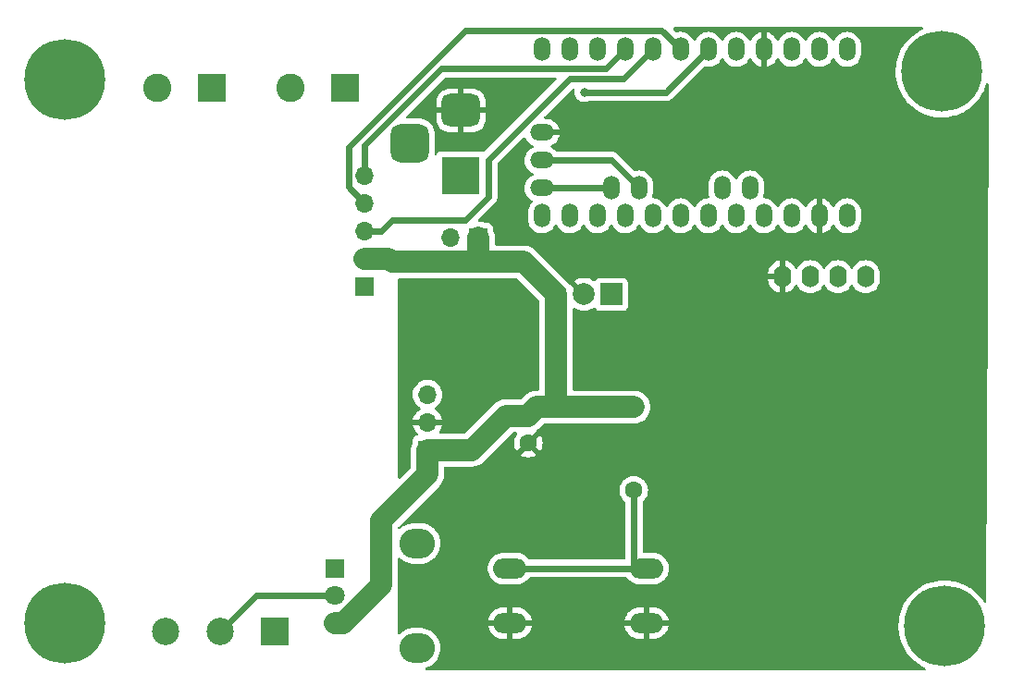
<source format=gbr>
%TF.GenerationSoftware,KiCad,Pcbnew,6.0.11-2627ca5db0~126~ubuntu20.04.1*%
%TF.CreationDate,2023-11-27T13:15:07+01:00*%
%TF.ProjectId,ironReflow,69726f6e-5265-4666-9c6f-772e6b696361,1.0*%
%TF.SameCoordinates,Original*%
%TF.FileFunction,Copper,L1,Top*%
%TF.FilePolarity,Positive*%
%FSLAX46Y46*%
G04 Gerber Fmt 4.6, Leading zero omitted, Abs format (unit mm)*
G04 Created by KiCad (PCBNEW 6.0.11-2627ca5db0~126~ubuntu20.04.1) date 2023-11-27 13:15:07*
%MOMM*%
%LPD*%
G01*
G04 APERTURE LIST*
G04 Aperture macros list*
%AMRoundRect*
0 Rectangle with rounded corners*
0 $1 Rounding radius*
0 $2 $3 $4 $5 $6 $7 $8 $9 X,Y pos of 4 corners*
0 Add a 4 corners polygon primitive as box body*
4,1,4,$2,$3,$4,$5,$6,$7,$8,$9,$2,$3,0*
0 Add four circle primitives for the rounded corners*
1,1,$1+$1,$2,$3*
1,1,$1+$1,$4,$5*
1,1,$1+$1,$6,$7*
1,1,$1+$1,$8,$9*
0 Add four rect primitives between the rounded corners*
20,1,$1+$1,$2,$3,$4,$5,0*
20,1,$1+$1,$4,$5,$6,$7,0*
20,1,$1+$1,$6,$7,$8,$9,0*
20,1,$1+$1,$8,$9,$2,$3,0*%
G04 Aperture macros list end*
%TA.AperFunction,ComponentPad*%
%ADD10O,3.048000X1.850000*%
%TD*%
%TA.AperFunction,ComponentPad*%
%ADD11R,2.600000X2.600000*%
%TD*%
%TA.AperFunction,ComponentPad*%
%ADD12C,2.600000*%
%TD*%
%TA.AperFunction,ComponentPad*%
%ADD13C,2.500000*%
%TD*%
%TA.AperFunction,ComponentPad*%
%ADD14R,2.500000X2.500000*%
%TD*%
%TA.AperFunction,ComponentPad*%
%ADD15R,1.700000X1.700000*%
%TD*%
%TA.AperFunction,ComponentPad*%
%ADD16O,1.700000X1.700000*%
%TD*%
%TA.AperFunction,ConnectorPad*%
%ADD17C,7.400000*%
%TD*%
%TA.AperFunction,ComponentPad*%
%ADD18C,4.100000*%
%TD*%
%TA.AperFunction,ComponentPad*%
%ADD19O,1.600000X1.600000*%
%TD*%
%TA.AperFunction,ComponentPad*%
%ADD20C,1.600000*%
%TD*%
%TA.AperFunction,ComponentPad*%
%ADD21O,1.600000X2.000000*%
%TD*%
%TA.AperFunction,ComponentPad*%
%ADD22R,3.500000X3.500000*%
%TD*%
%TA.AperFunction,ComponentPad*%
%ADD23RoundRect,0.750000X-1.000000X0.750000X-1.000000X-0.750000X1.000000X-0.750000X1.000000X0.750000X0*%
%TD*%
%TA.AperFunction,ComponentPad*%
%ADD24RoundRect,0.875000X-0.875000X0.875000X-0.875000X-0.875000X0.875000X-0.875000X0.875000X0.875000X0*%
%TD*%
%TA.AperFunction,ComponentPad*%
%ADD25O,1.501140X2.199640*%
%TD*%
%TA.AperFunction,ComponentPad*%
%ADD26O,2.199640X1.501140*%
%TD*%
%TA.AperFunction,ComponentPad*%
%ADD27O,3.240000X2.720000*%
%TD*%
%TA.AperFunction,ComponentPad*%
%ADD28R,1.800000X1.800000*%
%TD*%
%TA.AperFunction,ComponentPad*%
%ADD29C,1.800000*%
%TD*%
%TA.AperFunction,ComponentPad*%
%ADD30R,2.000000X2.000000*%
%TD*%
%TA.AperFunction,ComponentPad*%
%ADD31C,2.000000*%
%TD*%
%TA.AperFunction,ViaPad*%
%ADD32C,0.800000*%
%TD*%
%TA.AperFunction,Conductor*%
%ADD33C,0.600000*%
%TD*%
%TA.AperFunction,Conductor*%
%ADD34C,2.000000*%
%TD*%
G04 APERTURE END LIST*
D10*
%TO.P,SW1,2,2*%
%TO.N,GND*%
X145652000Y-155154000D03*
X158152000Y-155154000D03*
%TO.P,SW1,1,1*%
%TO.N,Net-(IC1-Pad11)*%
X158152000Y-150154000D03*
X145652000Y-150154000D03*
%TD*%
D11*
%TO.P,J1,1,Pin_1*%
%TO.N,+12V*%
X130516000Y-106164000D03*
D12*
%TO.P,J1,2,Pin_2*%
%TO.N,GND*%
X125516000Y-106164000D03*
%TD*%
D13*
%TO.P,J7,3*%
%TO.N,+5V*%
X114126000Y-155956000D03*
%TO.P,J7,2*%
%TO.N,Net-(IC1-Pad17)*%
X119126000Y-155956000D03*
D14*
%TO.P,J7,1*%
%TO.N,GND*%
X124126000Y-155956000D03*
%TD*%
D15*
%TO.P,J6,1*%
%TO.N,+5V*%
X138102000Y-139302000D03*
D16*
%TO.P,J6,2*%
%TO.N,GND*%
X138102000Y-136762000D03*
%TO.P,J6,3*%
%TO.N,Net-(IC1-Pad10)*%
X138102000Y-134222000D03*
%TD*%
D15*
%TO.P,J5,1*%
%TO.N,GND*%
X132354000Y-124329000D03*
D16*
%TO.P,J5,2*%
%TO.N,+5V*%
X132354000Y-121789000D03*
%TO.P,J5,3*%
%TO.N,Net-(IC1-Pad8)*%
X132354000Y-119249000D03*
%TO.P,J5,4*%
%TO.N,Net-(IC1-Pad7)*%
X132354000Y-116709000D03*
%TO.P,J5,5*%
%TO.N,Net-(IC1-Pad9)*%
X132354000Y-114169000D03*
%TD*%
D12*
%TO.P,J4,2,Pin_2*%
%TO.N,GND*%
X113364000Y-106172000D03*
D11*
%TO.P,J4,1,Pin_1*%
%TO.N,Net-(IC1-Pad6)*%
X118364000Y-106172000D03*
%TD*%
D15*
%TO.P,J3,1,Pin_1*%
%TO.N,+5V*%
X142753000Y-119888000D03*
D16*
%TO.P,J3,2,Pin_2*%
%TO.N,+12V*%
X140213000Y-119888000D03*
%TD*%
D17*
%TO.P,H4,1*%
%TO.N,N/C*%
X104902000Y-155194000D03*
D18*
X104902000Y-155194000D03*
%TD*%
%TO.P,H3,1*%
%TO.N,N/C*%
X185420000Y-155448000D03*
D17*
X185420000Y-155448000D03*
%TD*%
%TO.P,H2,1*%
%TO.N,N/C*%
X185166000Y-104648000D03*
D18*
X185166000Y-104648000D03*
%TD*%
D17*
%TO.P,H1,1*%
%TO.N,N/C*%
X104902000Y-105410000D03*
D18*
X104902000Y-105410000D03*
%TD*%
D19*
%TO.P,R1,2*%
%TO.N,+5V*%
X156972000Y-135382000D03*
D20*
%TO.P,R1,1*%
%TO.N,Net-(IC1-Pad11)*%
X156972000Y-143002000D03*
%TD*%
%TO.P,C1,1*%
%TO.N,+5V*%
X147320000Y-136164000D03*
%TO.P,C1,2*%
%TO.N,GND*%
X147320000Y-138664000D03*
%TD*%
D21*
%TO.P,Oled 128x64 I2C,4,SDA*%
%TO.N,Net-(Brd1-Pad4)*%
X178198000Y-123432000D03*
%TO.P,Oled 128x64 I2C,3,SCL*%
%TO.N,Net-(Brd1-Pad3)*%
X175658000Y-123432000D03*
%TO.P,Oled 128x64 I2C,2,VCC*%
%TO.N,+5V*%
X173118000Y-123432000D03*
%TO.P,Oled 128x64 I2C,1,GND*%
%TO.N,GND*%
X170578000Y-123432000D03*
%TD*%
D22*
%TO.P,J2,1,In*%
%TO.N,+12V*%
X141165500Y-114204000D03*
D23*
%TO.P,J2,2,Ext*%
%TO.N,GND*%
X141165500Y-108204000D03*
D24*
%TO.P,J2,3*%
%TO.N,N/C*%
X136465500Y-111204000D03*
%TD*%
D25*
%TO.P,Arduino ProMini,1,(PCINT17/TXD)PD1/1*%
%TO.N,unconnected-(IC1-Pad1)*%
X176530000Y-102616000D03*
%TO.P,Arduino ProMini,2,(PCINT16/RXD)PD0/0*%
%TO.N,unconnected-(IC1-Pad2)*%
X173990000Y-102616000D03*
%TO.P,Arduino ProMini,3,(PCINT14/~{RESET})PC6*%
%TO.N,unconnected-(IC1-Pad3)*%
X171450000Y-102616000D03*
%TO.P,Arduino ProMini,4,GND*%
%TO.N,GND*%
X168910000Y-102616000D03*
%TO.P,Arduino ProMini,5,(PCINT18/INT0)PD2/2*%
%TO.N,unconnected-(IC1-Pad5)*%
X166370000Y-102616000D03*
%TO.P,Arduino ProMini,6,(PCINT19/OC2B/INT1/PWM)PD3/3*%
%TO.N,Net-(IC1-Pad6)*%
X163830000Y-102616000D03*
%TO.P,Arduino ProMini,7,(PCINT20/XCK/T0)PD4/4*%
%TO.N,Net-(IC1-Pad7)*%
X161290000Y-102616000D03*
%TO.P,Arduino ProMini,8,(PCINT21/OC0B/T1/PWM)PD5/5*%
%TO.N,Net-(IC1-Pad8)*%
X158750000Y-102616000D03*
%TO.P,Arduino ProMini,9,(PCINT22/OC0A/AIN0/PWM)PD6/6*%
%TO.N,Net-(IC1-Pad9)*%
X156210000Y-102616000D03*
%TO.P,Arduino ProMini,10,(PCINT23/AIN1)PD7/7*%
%TO.N,Net-(IC1-Pad10)*%
X153670000Y-102616000D03*
%TO.P,Arduino ProMini,11,(PCINT0/CLKO/ICP1)PB0/8*%
%TO.N,Net-(IC1-Pad11)*%
X151130000Y-102616000D03*
%TO.P,Arduino ProMini,12,(PCINT1/OC1A/PWM)PB1/9*%
%TO.N,unconnected-(IC1-Pad12)*%
X148590000Y-102616000D03*
%TO.P,Arduino ProMini,13,(PCINT2/OC1B/~{SS}/PWM)PB2/10*%
%TO.N,unconnected-(IC1-Pad13)*%
X148590000Y-117856000D03*
%TO.P,Arduino ProMini,14,(PCINT3/OC2A/MOSI/PWM)PB3/11*%
%TO.N,unconnected-(IC1-Pad14)*%
X151130000Y-117856000D03*
%TO.P,Arduino ProMini,15,(PCINT4/MISO)PB4/12*%
%TO.N,unconnected-(IC1-Pad15)*%
X153670000Y-117856000D03*
%TO.P,Arduino ProMini,16,(PCINT5/SCK)PB5/13*%
%TO.N,unconnected-(IC1-Pad16)*%
X156210000Y-117856000D03*
%TO.P,Arduino ProMini,17,(PCINT8/ADC0)PC0/14/A0*%
%TO.N,Net-(IC1-Pad17)*%
X158750000Y-117856000D03*
%TO.P,Arduino ProMini,18,(PCINT9/ADC1)PC1/15/A1*%
%TO.N,unconnected-(IC1-Pad18)*%
X161290000Y-117856000D03*
%TO.P,Arduino ProMini,19,(PCINT10/ADC2)PC2/16/A2*%
%TO.N,unconnected-(IC1-Pad19)*%
X163830000Y-117856000D03*
%TO.P,Arduino ProMini,20,(PCINT11/ADC3)PC3/17/A3*%
%TO.N,unconnected-(IC1-Pad20)*%
X166370000Y-117856000D03*
%TO.P,Arduino ProMini,21,VCC*%
%TO.N,+5V*%
X168910000Y-117856000D03*
%TO.P,Arduino ProMini,22,(PCINT14/~{RESET})PC6*%
%TO.N,unconnected-(IC1-Pad22)*%
X171450000Y-117856000D03*
%TO.P,Arduino ProMini,23,GND*%
%TO.N,GND*%
X173990000Y-117856000D03*
%TO.P,Arduino ProMini,24,RAW*%
%TO.N,unconnected-(IC1-Pad24)*%
X176530000Y-117856000D03*
%TO.P,Arduino ProMini,25,(PCINT12/SDA/ADC4)PC4/18/A4*%
%TO.N,Net-(Brd1-Pad4)*%
X165100000Y-115316000D03*
%TO.P,Arduino ProMini,26,(PCINT13/SCL/ADC5)PC5/19/A5*%
%TO.N,Net-(Brd1-Pad3)*%
X167640000Y-115316000D03*
D26*
%TO.P,Arduino ProMini,27,ADC6/A6*%
%TO.N,unconnected-(IC1-Pad27)*%
X148590000Y-115316000D03*
D25*
X154940000Y-115316000D03*
%TO.P,Arduino ProMini,28,ADC7/A7*%
%TO.N,unconnected-(IC1-Pad28)*%
X157480000Y-115316000D03*
D26*
X148590000Y-112776000D03*
%TO.P,Arduino ProMini,29,GND*%
%TO.N,GND*%
X148590000Y-110236000D03*
%TD*%
D27*
%TO.P,Pot1,*%
%TO.N,*%
X137157000Y-147854000D03*
X137157000Y-157454000D03*
D28*
%TO.P,Pot1,1,1*%
%TO.N,GND*%
X129657000Y-150154000D03*
D29*
%TO.P,Pot1,2,2*%
%TO.N,Net-(IC1-Pad17)*%
X129657000Y-152654000D03*
%TO.P,Pot1,3,3*%
%TO.N,+5V*%
X129657000Y-155154000D03*
%TD*%
D30*
%TO.P,U1,1,Vin+*%
%TO.N,+12V*%
X154950000Y-125050000D03*
D31*
%TO.P,U1,2,GND*%
%TO.N,GND*%
X152410000Y-125050000D03*
%TO.P,U1,3,Vo+*%
%TO.N,+5V*%
X149870000Y-125050000D03*
%TD*%
D32*
%TO.N,Net-(IC1-Pad6)*%
X152467100Y-106525300D03*
%TD*%
D33*
%TO.N,Net-(IC1-Pad6)*%
X159920700Y-106525300D02*
X152467100Y-106525300D01*
X163830000Y-102616000D02*
X159920700Y-106525300D01*
%TO.N,unconnected-(IC1-Pad28)*%
X154940000Y-112776000D02*
X157480000Y-115316000D01*
X148590000Y-112776000D02*
X154940000Y-112776000D01*
%TO.N,unconnected-(IC1-Pad27)*%
X154940000Y-115316000D02*
X148590000Y-115316000D01*
%TO.N,Net-(IC1-Pad17)*%
X122428000Y-152654000D02*
X119126000Y-155956000D01*
X129657000Y-152654000D02*
X122428000Y-152654000D01*
%TO.N,Net-(IC1-Pad11)*%
X156972000Y-150154000D02*
X156972000Y-143002000D01*
X158152000Y-150154000D02*
X156972000Y-150154000D01*
X156972000Y-150154000D02*
X145652000Y-150154000D01*
%TO.N,Net-(IC1-Pad9)*%
X154450800Y-104375200D02*
X156210000Y-102616000D01*
X139365800Y-104375200D02*
X154450800Y-104375200D01*
X132354000Y-111387000D02*
X139365800Y-104375200D01*
X132354000Y-114169000D02*
X132354000Y-111387000D01*
%TO.N,Net-(IC1-Pad8)*%
X134893900Y-118209400D02*
X133854300Y-119249000D01*
X141580200Y-118209400D02*
X134893900Y-118209400D01*
X143702600Y-116087000D02*
X141580200Y-118209400D01*
X143702600Y-112717600D02*
X143702600Y-116087000D01*
X151094600Y-105325600D02*
X143702600Y-112717600D01*
X156040400Y-105325600D02*
X151094600Y-105325600D01*
X158750000Y-102616000D02*
X156040400Y-105325600D01*
X132354000Y-119249000D02*
X133854300Y-119249000D01*
%TO.N,Net-(IC1-Pad7)*%
X130851000Y-115206000D02*
X132354000Y-116709000D01*
X130851000Y-111518300D02*
X130851000Y-115206000D01*
X141525600Y-100843700D02*
X130851000Y-111518300D01*
X159517700Y-100843700D02*
X141525600Y-100843700D01*
X161290000Y-102616000D02*
X159517700Y-100843700D01*
D34*
%TO.N,+5V*%
X130400800Y-155154000D02*
X129657000Y-155154000D01*
X133873000Y-151681800D02*
X130400800Y-155154000D01*
X133873000Y-145731300D02*
X133873000Y-151681800D01*
X138102000Y-141502300D02*
X133873000Y-145731300D01*
X138102000Y-139302000D02*
X138102000Y-141502300D01*
X142753000Y-119888000D02*
X142753000Y-122088300D01*
X132354000Y-121789000D02*
X134554300Y-121789000D01*
X134853600Y-122088300D02*
X134554300Y-121789000D01*
X142753000Y-122088300D02*
X134853600Y-122088300D01*
X142155300Y-139302000D02*
X138102000Y-139302000D01*
X145293300Y-136164000D02*
X142155300Y-139302000D01*
X147320000Y-136164000D02*
X145293300Y-136164000D01*
X156972000Y-135382000D02*
X154821700Y-135382000D01*
X146908300Y-122088300D02*
X142753000Y-122088300D01*
X149870000Y-125050000D02*
X146908300Y-122088300D01*
X149870000Y-135382000D02*
X149870000Y-125050000D01*
X154821700Y-135382000D02*
X149870000Y-135382000D01*
X148102000Y-135382000D02*
X147320000Y-136164000D01*
X149870000Y-135382000D02*
X148102000Y-135382000D01*
%TD*%
%TA.AperFunction,Conductor*%
%TO.N,GND*%
G36*
X183422908Y-100604002D02*
G01*
X183469401Y-100657658D01*
X183479505Y-100727932D01*
X183450011Y-100792512D01*
X183407638Y-100824380D01*
X183216664Y-100912622D01*
X183216654Y-100912627D01*
X183213867Y-100913915D01*
X182858801Y-101122231D01*
X182803333Y-101162531D01*
X182528239Y-101362398D01*
X182528233Y-101362403D01*
X182525758Y-101364201D01*
X182217916Y-101637516D01*
X182215837Y-101639761D01*
X182215830Y-101639768D01*
X181940300Y-101937313D01*
X181938214Y-101939566D01*
X181689322Y-102267469D01*
X181473616Y-102618095D01*
X181293154Y-102988096D01*
X181292083Y-102990977D01*
X181292080Y-102990983D01*
X181247614Y-103110549D01*
X181149660Y-103373942D01*
X181044502Y-103771948D01*
X180978684Y-104178317D01*
X180978491Y-104181390D01*
X180978490Y-104181396D01*
X180966609Y-104370247D01*
X180952836Y-104589169D01*
X180967203Y-105000583D01*
X181021648Y-105408631D01*
X181022348Y-105411615D01*
X181022349Y-105411621D01*
X181099104Y-105738868D01*
X181115652Y-105809419D01*
X181248317Y-106199120D01*
X181418377Y-106574016D01*
X181624210Y-106930528D01*
X181625999Y-106933026D01*
X181626001Y-106933030D01*
X181859405Y-107259045D01*
X181863849Y-107265253D01*
X181865876Y-107267568D01*
X181865878Y-107267571D01*
X181972119Y-107388929D01*
X182135008Y-107574995D01*
X182435098Y-107856799D01*
X182761256Y-108107974D01*
X182763859Y-108109601D01*
X182763864Y-108109604D01*
X182889522Y-108188124D01*
X183110367Y-108326123D01*
X183479099Y-108509163D01*
X183863934Y-108655348D01*
X184261197Y-108763282D01*
X184264240Y-108763797D01*
X184264246Y-108763798D01*
X184664055Y-108831421D01*
X184664062Y-108831422D01*
X184667096Y-108831935D01*
X184670167Y-108832150D01*
X184670169Y-108832150D01*
X185074692Y-108860437D01*
X185074700Y-108860437D01*
X185077758Y-108860651D01*
X185341974Y-108853271D01*
X185486187Y-108849243D01*
X185486190Y-108849243D01*
X185489261Y-108849157D01*
X185492314Y-108848771D01*
X185492318Y-108848771D01*
X185640984Y-108829990D01*
X185897680Y-108797561D01*
X185900684Y-108796879D01*
X185900687Y-108796878D01*
X186296118Y-108707039D01*
X186296124Y-108707037D01*
X186299114Y-108706358D01*
X186455756Y-108654250D01*
X186686808Y-108577389D01*
X186686814Y-108577387D01*
X186689732Y-108576416D01*
X186692542Y-108575165D01*
X187063006Y-108410224D01*
X187063012Y-108410221D01*
X187065806Y-108408977D01*
X187211656Y-108326123D01*
X187421073Y-108207158D01*
X187421081Y-108207153D01*
X187423746Y-108205639D01*
X187760136Y-107968342D01*
X187781386Y-107950000D01*
X188069426Y-107701370D01*
X188071764Y-107699352D01*
X188073885Y-107697125D01*
X188073891Y-107697119D01*
X188353538Y-107403460D01*
X188355655Y-107401237D01*
X188363334Y-107391409D01*
X188607191Y-107079286D01*
X188607193Y-107079283D01*
X188609101Y-107076841D01*
X188610757Y-107074231D01*
X188610763Y-107074223D01*
X188828029Y-106731866D01*
X188828031Y-106731863D01*
X188829682Y-106729261D01*
X188833600Y-106721506D01*
X189013906Y-106364558D01*
X189015292Y-106361815D01*
X189016402Y-106358954D01*
X189163045Y-105980887D01*
X189163048Y-105980877D01*
X189164160Y-105978011D01*
X189208915Y-105817715D01*
X189214113Y-105799100D01*
X189251697Y-105738868D01*
X189315879Y-105708517D01*
X189386281Y-105717683D01*
X189440552Y-105763457D01*
X189461470Y-105833525D01*
X189379796Y-124863490D01*
X189258135Y-153210509D01*
X189237841Y-153278543D01*
X189183986Y-153324805D01*
X189113669Y-153334607D01*
X189049216Y-153304837D01*
X189023907Y-153274485D01*
X188931156Y-153118894D01*
X188929576Y-153116243D01*
X188685287Y-152784897D01*
X188683231Y-152782614D01*
X188683224Y-152782605D01*
X188411899Y-152481268D01*
X188411891Y-152481260D01*
X188409830Y-152478971D01*
X188105834Y-152201385D01*
X187776201Y-151954788D01*
X187719870Y-151920673D01*
X187426706Y-151743126D01*
X187426697Y-151743121D01*
X187424078Y-151741535D01*
X187101841Y-151587144D01*
X187055598Y-151564988D01*
X187055596Y-151564987D01*
X187052826Y-151563660D01*
X187049937Y-151562608D01*
X187049931Y-151562606D01*
X186668887Y-151423918D01*
X186668884Y-151423917D01*
X186665988Y-151422863D01*
X186375250Y-151348214D01*
X186270241Y-151321252D01*
X186270238Y-151321251D01*
X186267257Y-151320486D01*
X185860439Y-151257507D01*
X185449416Y-151234528D01*
X185446337Y-151234657D01*
X185446334Y-151234657D01*
X185176857Y-151245951D01*
X185038113Y-151251766D01*
X185035069Y-151252194D01*
X185035067Y-151252194D01*
X184920568Y-151268286D01*
X184630455Y-151309059D01*
X184230333Y-151405859D01*
X183841567Y-151541241D01*
X183838769Y-151542534D01*
X183470664Y-151712622D01*
X183470654Y-151712627D01*
X183467867Y-151713915D01*
X183112801Y-151922231D01*
X183065448Y-151956635D01*
X182782239Y-152162398D01*
X182782233Y-152162403D01*
X182779758Y-152164201D01*
X182471916Y-152437516D01*
X182469837Y-152439761D01*
X182469830Y-152439768D01*
X182433528Y-152478971D01*
X182192214Y-152739566D01*
X181943322Y-153067469D01*
X181727616Y-153418095D01*
X181547154Y-153788096D01*
X181546083Y-153790977D01*
X181546080Y-153790983D01*
X181544637Y-153794864D01*
X181403660Y-154173942D01*
X181298502Y-154571948D01*
X181232684Y-154978317D01*
X181206836Y-155389169D01*
X181208126Y-155426115D01*
X181219677Y-155756872D01*
X181221203Y-155800583D01*
X181221609Y-155803627D01*
X181221610Y-155803637D01*
X181226649Y-155841402D01*
X181275648Y-156208631D01*
X181276348Y-156211615D01*
X181276349Y-156211621D01*
X181345126Y-156504851D01*
X181369652Y-156609419D01*
X181502317Y-156999120D01*
X181672377Y-157374016D01*
X181878210Y-157730528D01*
X181879999Y-157733026D01*
X181880001Y-157733030D01*
X181982960Y-157876841D01*
X182117849Y-158065253D01*
X182119876Y-158067568D01*
X182119878Y-158067571D01*
X182386976Y-158372674D01*
X182389008Y-158374995D01*
X182689098Y-158656799D01*
X183015256Y-158907974D01*
X183017859Y-158909601D01*
X183017864Y-158909604D01*
X183021758Y-158912037D01*
X183364367Y-159126123D01*
X183533788Y-159210224D01*
X183619234Y-159252640D01*
X183671357Y-159300845D01*
X183689144Y-159369578D01*
X183666948Y-159437015D01*
X183611816Y-159481748D01*
X183563210Y-159491500D01*
X138001476Y-159491500D01*
X137933355Y-159471498D01*
X137886862Y-159417842D01*
X137876758Y-159347568D01*
X137906252Y-159282988D01*
X137956835Y-159247673D01*
X138201540Y-159154963D01*
X138201543Y-159154962D01*
X138205810Y-159153345D01*
X138442859Y-159021676D01*
X138658417Y-158857167D01*
X138696881Y-158817821D01*
X138844776Y-158666531D01*
X138847970Y-158663264D01*
X138851305Y-158658683D01*
X139004859Y-158447721D01*
X139007547Y-158444028D01*
X139133804Y-158204053D01*
X139224096Y-157948366D01*
X139276533Y-157682322D01*
X139278091Y-157651036D01*
X139289789Y-157416064D01*
X139289789Y-157416058D01*
X139290016Y-157411495D01*
X139264262Y-157141559D01*
X139199810Y-156878168D01*
X139129244Y-156703947D01*
X139099725Y-156631069D01*
X139099725Y-156631068D01*
X139098012Y-156626840D01*
X138960999Y-156392839D01*
X138791641Y-156181068D01*
X138652226Y-156050833D01*
X138596824Y-155999079D01*
X138596821Y-155999077D01*
X138593488Y-155995963D01*
X138370688Y-155841402D01*
X138294778Y-155803637D01*
X138131997Y-155722654D01*
X138131994Y-155722653D01*
X138127910Y-155720621D01*
X137870240Y-155636153D01*
X137865748Y-155635373D01*
X137606856Y-155590421D01*
X137606848Y-155590420D01*
X137603075Y-155589765D01*
X137595429Y-155589384D01*
X137518971Y-155585578D01*
X137518963Y-155585578D01*
X137517400Y-155585500D01*
X136828116Y-155585500D01*
X136825848Y-155585665D01*
X136825836Y-155585665D01*
X136694022Y-155595229D01*
X136626549Y-155600125D01*
X136622094Y-155601109D01*
X136622091Y-155601109D01*
X136366223Y-155657600D01*
X136366219Y-155657601D01*
X136361763Y-155658585D01*
X136235834Y-155706295D01*
X136112460Y-155753037D01*
X136112457Y-155753038D01*
X136108190Y-155754655D01*
X135871141Y-155886324D01*
X135655583Y-156050833D01*
X135652390Y-156054099D01*
X135652388Y-156054101D01*
X135598100Y-156109635D01*
X135536178Y-156144365D01*
X135465309Y-156140103D01*
X135407995Y-156098204D01*
X135382431Y-156031970D01*
X135382000Y-156021556D01*
X135382000Y-155426194D01*
X143644895Y-155426194D01*
X143653453Y-155482121D01*
X143655841Y-155492146D01*
X143725836Y-155706295D01*
X143729833Y-155715804D01*
X143833861Y-155915640D01*
X143839355Y-155924365D01*
X143974628Y-156104532D01*
X143981471Y-156112239D01*
X144144356Y-156267896D01*
X144152362Y-156274379D01*
X144338485Y-156401343D01*
X144347444Y-156406432D01*
X144551807Y-156501294D01*
X144561475Y-156504851D01*
X144778580Y-156565060D01*
X144788699Y-156566991D01*
X144972595Y-156586644D01*
X144979287Y-156587000D01*
X145379885Y-156587000D01*
X145395124Y-156582525D01*
X145396329Y-156581135D01*
X145398000Y-156573452D01*
X145398000Y-156568885D01*
X145906000Y-156568885D01*
X145910475Y-156584124D01*
X145911865Y-156585329D01*
X145919548Y-156587000D01*
X146308145Y-156587000D01*
X146313318Y-156586788D01*
X146480687Y-156573027D01*
X146490867Y-156571342D01*
X146709377Y-156516456D01*
X146719128Y-156513136D01*
X146925749Y-156423296D01*
X146934824Y-156418430D01*
X147123990Y-156296052D01*
X147132161Y-156289760D01*
X147298800Y-156138131D01*
X147305825Y-156130598D01*
X147445466Y-155953782D01*
X147451162Y-155945209D01*
X147560052Y-155747955D01*
X147564273Y-155738560D01*
X147639481Y-155526180D01*
X147642113Y-155516217D01*
X147658148Y-155426194D01*
X156144895Y-155426194D01*
X156153453Y-155482121D01*
X156155841Y-155492146D01*
X156225836Y-155706295D01*
X156229833Y-155715804D01*
X156333861Y-155915640D01*
X156339355Y-155924365D01*
X156474628Y-156104532D01*
X156481471Y-156112239D01*
X156644356Y-156267896D01*
X156652362Y-156274379D01*
X156838485Y-156401343D01*
X156847444Y-156406432D01*
X157051807Y-156501294D01*
X157061475Y-156504851D01*
X157278580Y-156565060D01*
X157288699Y-156566991D01*
X157472595Y-156586644D01*
X157479287Y-156587000D01*
X157879885Y-156587000D01*
X157895124Y-156582525D01*
X157896329Y-156581135D01*
X157898000Y-156573452D01*
X157898000Y-156568885D01*
X158406000Y-156568885D01*
X158410475Y-156584124D01*
X158411865Y-156585329D01*
X158419548Y-156587000D01*
X158808145Y-156587000D01*
X158813318Y-156586788D01*
X158980687Y-156573027D01*
X158990867Y-156571342D01*
X159209377Y-156516456D01*
X159219128Y-156513136D01*
X159425749Y-156423296D01*
X159434824Y-156418430D01*
X159623990Y-156296052D01*
X159632161Y-156289760D01*
X159798800Y-156138131D01*
X159805825Y-156130598D01*
X159945466Y-155953782D01*
X159951162Y-155945209D01*
X160060052Y-155747955D01*
X160064273Y-155738560D01*
X160139481Y-155526180D01*
X160142113Y-155516217D01*
X160158212Y-155425837D01*
X160156752Y-155412540D01*
X160142197Y-155408000D01*
X158424115Y-155408000D01*
X158408876Y-155412475D01*
X158407671Y-155413865D01*
X158406000Y-155421548D01*
X158406000Y-156568885D01*
X157898000Y-156568885D01*
X157898000Y-155426115D01*
X157893525Y-155410876D01*
X157892135Y-155409671D01*
X157884452Y-155408000D01*
X156160226Y-155408000D01*
X156146882Y-155411918D01*
X156144895Y-155426194D01*
X147658148Y-155426194D01*
X147658212Y-155425837D01*
X147656752Y-155412540D01*
X147642197Y-155408000D01*
X145924115Y-155408000D01*
X145908876Y-155412475D01*
X145907671Y-155413865D01*
X145906000Y-155421548D01*
X145906000Y-156568885D01*
X145398000Y-156568885D01*
X145398000Y-155426115D01*
X145393525Y-155410876D01*
X145392135Y-155409671D01*
X145384452Y-155408000D01*
X143660226Y-155408000D01*
X143646882Y-155411918D01*
X143644895Y-155426194D01*
X135382000Y-155426194D01*
X135382000Y-154882163D01*
X143645788Y-154882163D01*
X143647248Y-154895460D01*
X143661803Y-154900000D01*
X145379885Y-154900000D01*
X145395124Y-154895525D01*
X145396329Y-154894135D01*
X145398000Y-154886452D01*
X145398000Y-154881885D01*
X145906000Y-154881885D01*
X145910475Y-154897124D01*
X145911865Y-154898329D01*
X145919548Y-154900000D01*
X147643774Y-154900000D01*
X147657118Y-154896082D01*
X147659055Y-154882163D01*
X156145788Y-154882163D01*
X156147248Y-154895460D01*
X156161803Y-154900000D01*
X157879885Y-154900000D01*
X157895124Y-154895525D01*
X157896329Y-154894135D01*
X157898000Y-154886452D01*
X157898000Y-154881885D01*
X158406000Y-154881885D01*
X158410475Y-154897124D01*
X158411865Y-154898329D01*
X158419548Y-154900000D01*
X160143774Y-154900000D01*
X160157118Y-154896082D01*
X160159105Y-154881806D01*
X160150547Y-154825879D01*
X160148159Y-154815854D01*
X160078164Y-154601705D01*
X160074167Y-154592196D01*
X159970139Y-154392360D01*
X159964645Y-154383635D01*
X159829372Y-154203468D01*
X159822529Y-154195761D01*
X159659644Y-154040104D01*
X159651638Y-154033621D01*
X159465515Y-153906657D01*
X159456556Y-153901568D01*
X159252193Y-153806706D01*
X159242525Y-153803149D01*
X159025420Y-153742940D01*
X159015301Y-153741009D01*
X158831405Y-153721356D01*
X158824713Y-153721000D01*
X158424115Y-153721000D01*
X158408876Y-153725475D01*
X158407671Y-153726865D01*
X158406000Y-153734548D01*
X158406000Y-154881885D01*
X157898000Y-154881885D01*
X157898000Y-153739115D01*
X157893525Y-153723876D01*
X157892135Y-153722671D01*
X157884452Y-153721000D01*
X157495855Y-153721000D01*
X157490682Y-153721212D01*
X157323313Y-153734973D01*
X157313133Y-153736658D01*
X157094623Y-153791544D01*
X157084872Y-153794864D01*
X156878251Y-153884704D01*
X156869176Y-153889570D01*
X156680010Y-154011948D01*
X156671839Y-154018240D01*
X156505200Y-154169869D01*
X156498175Y-154177402D01*
X156358534Y-154354218D01*
X156352838Y-154362791D01*
X156243948Y-154560045D01*
X156239727Y-154569440D01*
X156164519Y-154781820D01*
X156161887Y-154791783D01*
X156145788Y-154882163D01*
X147659055Y-154882163D01*
X147659105Y-154881806D01*
X147650547Y-154825879D01*
X147648159Y-154815854D01*
X147578164Y-154601705D01*
X147574167Y-154592196D01*
X147470139Y-154392360D01*
X147464645Y-154383635D01*
X147329372Y-154203468D01*
X147322529Y-154195761D01*
X147159644Y-154040104D01*
X147151638Y-154033621D01*
X146965515Y-153906657D01*
X146956556Y-153901568D01*
X146752193Y-153806706D01*
X146742525Y-153803149D01*
X146525420Y-153742940D01*
X146515301Y-153741009D01*
X146331405Y-153721356D01*
X146324713Y-153721000D01*
X145924115Y-153721000D01*
X145908876Y-153725475D01*
X145907671Y-153726865D01*
X145906000Y-153734548D01*
X145906000Y-154881885D01*
X145398000Y-154881885D01*
X145398000Y-153739115D01*
X145393525Y-153723876D01*
X145392135Y-153722671D01*
X145384452Y-153721000D01*
X144995855Y-153721000D01*
X144990682Y-153721212D01*
X144823313Y-153734973D01*
X144813133Y-153736658D01*
X144594623Y-153791544D01*
X144584872Y-153794864D01*
X144378251Y-153884704D01*
X144369176Y-153889570D01*
X144180010Y-154011948D01*
X144171839Y-154018240D01*
X144005200Y-154169869D01*
X143998175Y-154177402D01*
X143858534Y-154354218D01*
X143852838Y-154362791D01*
X143743948Y-154560045D01*
X143739727Y-154569440D01*
X143664519Y-154781820D01*
X143661887Y-154791783D01*
X143645788Y-154882163D01*
X135382000Y-154882163D01*
X135382000Y-150254339D01*
X143618091Y-150254339D01*
X143653747Y-150487349D01*
X143726980Y-150711407D01*
X143835825Y-150920496D01*
X143838928Y-150924629D01*
X143838930Y-150924632D01*
X143872502Y-150969345D01*
X143977358Y-151109000D01*
X143981096Y-151112572D01*
X144133255Y-151257979D01*
X144147777Y-151271857D01*
X144342508Y-151404693D01*
X144347192Y-151406867D01*
X144347195Y-151406869D01*
X144551628Y-151501764D01*
X144551633Y-151501766D01*
X144556319Y-151503941D01*
X144783468Y-151566935D01*
X144788605Y-151567484D01*
X144972563Y-151587144D01*
X144972571Y-151587144D01*
X144975898Y-151587500D01*
X146310757Y-151587500D01*
X146313330Y-151587288D01*
X146313341Y-151587288D01*
X146480779Y-151573522D01*
X146480785Y-151573521D01*
X146485930Y-151573098D01*
X146714551Y-151515673D01*
X146930723Y-151421678D01*
X147128641Y-151293640D01*
X147152581Y-151271857D01*
X147299167Y-151138473D01*
X147299168Y-151138471D01*
X147302989Y-151134995D01*
X147306188Y-151130944D01*
X147306192Y-151130940D01*
X147401382Y-151010408D01*
X147459299Y-150969345D01*
X147500264Y-150962500D01*
X156304404Y-150962500D01*
X156372525Y-150982502D01*
X156405164Y-151012847D01*
X156477358Y-151109000D01*
X156481096Y-151112572D01*
X156633255Y-151257979D01*
X156647777Y-151271857D01*
X156842508Y-151404693D01*
X156847192Y-151406867D01*
X156847195Y-151406869D01*
X157051628Y-151501764D01*
X157051633Y-151501766D01*
X157056319Y-151503941D01*
X157283468Y-151566935D01*
X157288605Y-151567484D01*
X157472563Y-151587144D01*
X157472571Y-151587144D01*
X157475898Y-151587500D01*
X158810757Y-151587500D01*
X158813330Y-151587288D01*
X158813341Y-151587288D01*
X158980779Y-151573522D01*
X158980785Y-151573521D01*
X158985930Y-151573098D01*
X159214551Y-151515673D01*
X159430723Y-151421678D01*
X159628641Y-151293640D01*
X159652581Y-151271857D01*
X159799167Y-151138473D01*
X159799168Y-151138471D01*
X159802989Y-151134995D01*
X159806188Y-151130944D01*
X159806192Y-151130940D01*
X159945883Y-150954061D01*
X159945885Y-150954057D01*
X159949085Y-150950006D01*
X160063005Y-150743639D01*
X160072794Y-150715998D01*
X160139965Y-150526311D01*
X160139966Y-150526307D01*
X160141691Y-150521436D01*
X160142599Y-150516340D01*
X160182123Y-150294456D01*
X160182124Y-150294450D01*
X160183029Y-150289367D01*
X160185909Y-150053661D01*
X160150253Y-149820651D01*
X160077020Y-149596593D01*
X160007996Y-149464000D01*
X159970564Y-149392093D01*
X159970563Y-149392092D01*
X159968175Y-149387504D01*
X159949415Y-149362517D01*
X159829747Y-149203135D01*
X159829745Y-149203132D01*
X159826642Y-149199000D01*
X159656223Y-149036143D01*
X159461492Y-148903307D01*
X159456808Y-148901133D01*
X159456805Y-148901131D01*
X159252372Y-148806236D01*
X159252367Y-148806234D01*
X159247681Y-148804059D01*
X159020532Y-148741065D01*
X159015395Y-148740516D01*
X158831437Y-148720856D01*
X158831429Y-148720856D01*
X158828102Y-148720500D01*
X157906500Y-148720500D01*
X157838379Y-148700498D01*
X157791886Y-148646842D01*
X157780500Y-148594500D01*
X157780500Y-144096188D01*
X157800502Y-144028067D01*
X157817405Y-144007093D01*
X157978198Y-143846300D01*
X158109523Y-143658749D01*
X158111846Y-143653767D01*
X158111849Y-143653762D01*
X158203961Y-143456225D01*
X158203961Y-143456224D01*
X158206284Y-143451243D01*
X158265543Y-143230087D01*
X158285498Y-143002000D01*
X158265543Y-142773913D01*
X158206284Y-142552757D01*
X158159554Y-142452543D01*
X158111849Y-142350238D01*
X158111846Y-142350233D01*
X158109523Y-142345251D01*
X157993772Y-142179942D01*
X157981357Y-142162211D01*
X157981355Y-142162208D01*
X157978198Y-142157700D01*
X157816300Y-141995802D01*
X157811792Y-141992645D01*
X157811789Y-141992643D01*
X157649017Y-141878669D01*
X157628749Y-141864477D01*
X157623767Y-141862154D01*
X157623762Y-141862151D01*
X157426225Y-141770039D01*
X157426224Y-141770039D01*
X157421243Y-141767716D01*
X157415935Y-141766294D01*
X157415933Y-141766293D01*
X157205402Y-141709881D01*
X157205400Y-141709881D01*
X157200087Y-141708457D01*
X156972000Y-141688502D01*
X156743913Y-141708457D01*
X156738600Y-141709881D01*
X156738598Y-141709881D01*
X156528067Y-141766293D01*
X156528065Y-141766294D01*
X156522757Y-141767716D01*
X156517776Y-141770039D01*
X156517775Y-141770039D01*
X156320238Y-141862151D01*
X156320233Y-141862154D01*
X156315251Y-141864477D01*
X156294983Y-141878669D01*
X156132211Y-141992643D01*
X156132208Y-141992645D01*
X156127700Y-141995802D01*
X155965802Y-142157700D01*
X155962645Y-142162208D01*
X155962643Y-142162211D01*
X155950228Y-142179942D01*
X155834477Y-142345251D01*
X155832154Y-142350233D01*
X155832151Y-142350238D01*
X155784446Y-142452543D01*
X155737716Y-142552757D01*
X155678457Y-142773913D01*
X155658502Y-143002000D01*
X155678457Y-143230087D01*
X155737716Y-143451243D01*
X155740039Y-143456224D01*
X155740039Y-143456225D01*
X155832151Y-143653762D01*
X155832154Y-143653767D01*
X155834477Y-143658749D01*
X155965802Y-143846300D01*
X156126595Y-144007093D01*
X156160621Y-144069405D01*
X156163500Y-144096188D01*
X156163500Y-149219500D01*
X156143498Y-149287621D01*
X156089842Y-149334114D01*
X156037500Y-149345500D01*
X147499596Y-149345500D01*
X147431475Y-149325498D01*
X147398836Y-149295153D01*
X147329747Y-149203135D01*
X147329745Y-149203132D01*
X147326642Y-149199000D01*
X147156223Y-149036143D01*
X146961492Y-148903307D01*
X146956808Y-148901133D01*
X146956805Y-148901131D01*
X146752372Y-148806236D01*
X146752367Y-148806234D01*
X146747681Y-148804059D01*
X146520532Y-148741065D01*
X146515395Y-148740516D01*
X146331437Y-148720856D01*
X146331429Y-148720856D01*
X146328102Y-148720500D01*
X144993243Y-148720500D01*
X144990670Y-148720712D01*
X144990659Y-148720712D01*
X144823221Y-148734478D01*
X144823215Y-148734479D01*
X144818070Y-148734902D01*
X144589449Y-148792327D01*
X144373277Y-148886322D01*
X144175359Y-149014360D01*
X144171536Y-149017839D01*
X144171533Y-149017841D01*
X144147495Y-149039714D01*
X144001011Y-149173005D01*
X143997812Y-149177056D01*
X143997808Y-149177060D01*
X143873774Y-149334114D01*
X143854915Y-149357994D01*
X143740995Y-149564361D01*
X143739271Y-149569230D01*
X143739269Y-149569234D01*
X143684995Y-149722500D01*
X143662309Y-149786564D01*
X143661402Y-149791657D01*
X143661401Y-149791660D01*
X143657113Y-149815736D01*
X143620971Y-150018633D01*
X143618091Y-150254339D01*
X135382000Y-150254339D01*
X135382000Y-149285942D01*
X135402002Y-149217821D01*
X135455658Y-149171328D01*
X135525932Y-149161224D01*
X135594012Y-149193867D01*
X135692578Y-149285942D01*
X135720512Y-149312037D01*
X135943312Y-149466598D01*
X135947388Y-149468626D01*
X135947390Y-149468627D01*
X136182003Y-149585346D01*
X136182006Y-149585347D01*
X136186090Y-149587379D01*
X136443760Y-149671847D01*
X136448251Y-149672627D01*
X136448252Y-149672627D01*
X136707144Y-149717579D01*
X136707152Y-149717580D01*
X136710925Y-149718235D01*
X136714762Y-149718426D01*
X136795029Y-149722422D01*
X136795037Y-149722422D01*
X136796600Y-149722500D01*
X137485884Y-149722500D01*
X137488152Y-149722335D01*
X137488164Y-149722335D01*
X137619978Y-149712771D01*
X137687451Y-149707875D01*
X137691906Y-149706891D01*
X137691909Y-149706891D01*
X137947777Y-149650400D01*
X137947781Y-149650399D01*
X137952237Y-149649415D01*
X138188680Y-149559835D01*
X138201540Y-149554963D01*
X138201543Y-149554962D01*
X138205810Y-149553345D01*
X138442859Y-149421676D01*
X138658417Y-149257167D01*
X138696881Y-149217821D01*
X138844776Y-149066531D01*
X138847970Y-149063264D01*
X138869831Y-149033231D01*
X139004859Y-148847721D01*
X139007547Y-148844028D01*
X139133804Y-148604053D01*
X139137178Y-148594500D01*
X139182233Y-148466913D01*
X139224096Y-148348366D01*
X139276533Y-148082322D01*
X139290016Y-147811495D01*
X139264262Y-147541559D01*
X139199810Y-147278168D01*
X139172414Y-147210529D01*
X139099725Y-147031069D01*
X139099725Y-147031068D01*
X139098012Y-147026840D01*
X138960999Y-146792839D01*
X138791641Y-146581068D01*
X138652226Y-146450833D01*
X138596824Y-146399079D01*
X138596821Y-146399077D01*
X138593488Y-146395963D01*
X138370688Y-146241402D01*
X138366610Y-146239373D01*
X138131997Y-146122654D01*
X138131994Y-146122653D01*
X138127910Y-146120621D01*
X137870240Y-146036153D01*
X137865748Y-146035373D01*
X137606856Y-145990421D01*
X137606848Y-145990420D01*
X137603075Y-145989765D01*
X137595429Y-145989384D01*
X137518971Y-145985578D01*
X137518963Y-145985578D01*
X137517400Y-145985500D01*
X136828116Y-145985500D01*
X136825848Y-145985665D01*
X136825836Y-145985665D01*
X136694022Y-145995229D01*
X136626549Y-146000125D01*
X136622094Y-146001109D01*
X136622091Y-146001109D01*
X136366223Y-146057600D01*
X136366219Y-146057601D01*
X136361763Y-146058585D01*
X136234977Y-146106620D01*
X136112460Y-146153037D01*
X136112457Y-146153038D01*
X136108190Y-146154655D01*
X135871141Y-146286324D01*
X135655583Y-146450833D01*
X135652390Y-146454099D01*
X135652388Y-146454101D01*
X135598100Y-146509635D01*
X135536178Y-146544365D01*
X135465309Y-146540103D01*
X135407995Y-146498204D01*
X135382431Y-146431970D01*
X135382000Y-146421556D01*
X135382000Y-146407831D01*
X135402002Y-146339710D01*
X135418905Y-146318736D01*
X139151666Y-142585975D01*
X139154188Y-142583521D01*
X139223012Y-142518438D01*
X139223014Y-142518435D01*
X139226681Y-142514968D01*
X139274411Y-142452539D01*
X139278552Y-142447408D01*
X139326191Y-142391433D01*
X139326192Y-142391432D01*
X139329470Y-142387580D01*
X139332089Y-142383255D01*
X139332093Y-142383250D01*
X139346491Y-142359476D01*
X139354163Y-142348229D01*
X139374120Y-142322126D01*
X139411243Y-142252892D01*
X139414507Y-142247168D01*
X139452602Y-142184266D01*
X139455221Y-142179942D01*
X139467528Y-142149481D01*
X139473308Y-142137141D01*
X139486440Y-142112650D01*
X139488831Y-142108191D01*
X139514412Y-142033899D01*
X139516722Y-142027721D01*
X139544258Y-141959566D01*
X139546155Y-141954871D01*
X139553432Y-141922839D01*
X139557163Y-141909741D01*
X139567862Y-141878669D01*
X139581243Y-141801200D01*
X139582526Y-141794782D01*
X139588148Y-141770039D01*
X139599935Y-141718156D01*
X139601999Y-141685347D01*
X139603585Y-141671847D01*
X139609179Y-141639464D01*
X139610500Y-141610375D01*
X139610500Y-141554193D01*
X139610749Y-141546281D01*
X139614860Y-141480942D01*
X139615178Y-141475888D01*
X139611101Y-141434309D01*
X139610500Y-141422013D01*
X139610500Y-140936500D01*
X139630502Y-140868379D01*
X139684158Y-140821886D01*
X139736500Y-140810500D01*
X142131284Y-140810500D01*
X142134802Y-140810549D01*
X142229450Y-140813193D01*
X142229453Y-140813193D01*
X142234505Y-140813334D01*
X142312398Y-140802941D01*
X142318939Y-140802242D01*
X142347632Y-140799933D01*
X142392223Y-140796346D01*
X142392227Y-140796345D01*
X142397265Y-140795940D01*
X142429178Y-140788101D01*
X142442558Y-140785574D01*
X142475120Y-140781229D01*
X142479961Y-140779768D01*
X142479963Y-140779767D01*
X142550329Y-140758522D01*
X142556692Y-140756781D01*
X142633006Y-140738037D01*
X142663252Y-140725199D01*
X142676063Y-140720561D01*
X142702662Y-140712530D01*
X142707508Y-140711067D01*
X142712056Y-140708849D01*
X142712063Y-140708846D01*
X142778118Y-140676629D01*
X142784120Y-140673893D01*
X142828804Y-140654925D01*
X142856456Y-140643188D01*
X142884256Y-140625681D01*
X142896160Y-140619055D01*
X142925688Y-140604654D01*
X142989900Y-140559357D01*
X142995386Y-140555699D01*
X143057586Y-140516529D01*
X143057587Y-140516528D01*
X143061867Y-140513833D01*
X143065656Y-140510492D01*
X143065662Y-140510488D01*
X143086517Y-140492102D01*
X143097212Y-140483656D01*
X143100163Y-140481574D01*
X143124047Y-140464726D01*
X143145550Y-140445091D01*
X143185266Y-140405375D01*
X143191036Y-140399956D01*
X143240158Y-140356650D01*
X143240161Y-140356647D01*
X143243955Y-140353302D01*
X143270479Y-140321011D01*
X143278749Y-140311892D01*
X143840579Y-139750062D01*
X146598493Y-139750062D01*
X146607789Y-139762077D01*
X146658994Y-139797931D01*
X146668489Y-139803414D01*
X146865947Y-139895490D01*
X146876239Y-139899236D01*
X147086688Y-139955625D01*
X147097481Y-139957528D01*
X147314525Y-139976517D01*
X147325475Y-139976517D01*
X147542519Y-139957528D01*
X147553312Y-139955625D01*
X147763761Y-139899236D01*
X147774053Y-139895490D01*
X147971511Y-139803414D01*
X147981006Y-139797931D01*
X148033048Y-139761491D01*
X148041424Y-139751012D01*
X148034356Y-139737566D01*
X147332812Y-139036022D01*
X147318868Y-139028408D01*
X147317035Y-139028539D01*
X147310420Y-139032790D01*
X146604923Y-139738287D01*
X146598493Y-139750062D01*
X143840579Y-139750062D01*
X145881236Y-137709405D01*
X145943548Y-137675379D01*
X145970331Y-137672500D01*
X146175439Y-137672500D01*
X146243560Y-137692502D01*
X146290053Y-137746158D01*
X146300157Y-137816432D01*
X146278652Y-137870771D01*
X146186069Y-138002993D01*
X146180586Y-138012489D01*
X146088510Y-138209947D01*
X146084764Y-138220239D01*
X146028375Y-138430688D01*
X146026472Y-138441481D01*
X146007483Y-138658525D01*
X146007483Y-138669475D01*
X146026472Y-138886519D01*
X146028375Y-138897312D01*
X146084764Y-139107761D01*
X146088510Y-139118053D01*
X146180586Y-139315511D01*
X146186069Y-139325006D01*
X146222509Y-139377048D01*
X146232988Y-139385424D01*
X146246434Y-139378356D01*
X146959658Y-138665132D01*
X147684408Y-138665132D01*
X147684539Y-138666965D01*
X147688790Y-138673580D01*
X148394287Y-139379077D01*
X148406062Y-139385507D01*
X148418077Y-139376211D01*
X148453931Y-139325006D01*
X148459414Y-139315511D01*
X148551490Y-139118053D01*
X148555236Y-139107761D01*
X148611625Y-138897312D01*
X148613528Y-138886519D01*
X148632517Y-138669475D01*
X148632517Y-138658525D01*
X148613528Y-138441481D01*
X148611625Y-138430688D01*
X148555236Y-138220239D01*
X148551490Y-138209947D01*
X148459414Y-138012489D01*
X148453931Y-138002994D01*
X148417491Y-137950952D01*
X148407012Y-137942576D01*
X148393566Y-137949644D01*
X147692022Y-138651188D01*
X147684408Y-138665132D01*
X146959658Y-138665132D01*
X148035077Y-137589713D01*
X148042691Y-137575770D01*
X148042627Y-137574874D01*
X148057718Y-137505500D01*
X148095674Y-137462925D01*
X148154600Y-137421357D01*
X148160086Y-137417699D01*
X148222286Y-137378529D01*
X148222287Y-137378528D01*
X148226567Y-137375833D01*
X148230356Y-137372492D01*
X148230362Y-137372488D01*
X148251217Y-137354102D01*
X148261912Y-137345656D01*
X148264863Y-137343574D01*
X148288747Y-137326726D01*
X148310250Y-137307091D01*
X148349966Y-137267375D01*
X148355736Y-137261956D01*
X148404858Y-137218650D01*
X148404861Y-137218647D01*
X148408655Y-137215302D01*
X148435179Y-137183011D01*
X148443449Y-137173892D01*
X148689936Y-136927405D01*
X148752248Y-136893379D01*
X148779031Y-136890500D01*
X149832188Y-136890500D01*
X149837903Y-136890630D01*
X149922817Y-136894486D01*
X149927837Y-136893905D01*
X149927841Y-136893905D01*
X149950050Y-136891335D01*
X149964532Y-136890500D01*
X157033001Y-136890500D01*
X157035509Y-136890298D01*
X157035514Y-136890298D01*
X157208924Y-136876346D01*
X157208929Y-136876345D01*
X157213965Y-136875940D01*
X157218873Y-136874734D01*
X157218876Y-136874734D01*
X157444792Y-136819244D01*
X157449706Y-136818037D01*
X157454358Y-136816062D01*
X157454362Y-136816061D01*
X157668498Y-136725165D01*
X157673156Y-136723188D01*
X157749646Y-136675019D01*
X157874288Y-136596528D01*
X157874291Y-136596526D01*
X157878567Y-136593833D01*
X157990732Y-136494947D01*
X158056858Y-136436650D01*
X158056861Y-136436647D01*
X158060655Y-136433302D01*
X158155263Y-136318124D01*
X158211526Y-136249628D01*
X158211528Y-136249625D01*
X158214734Y-136245722D01*
X158336841Y-136035922D01*
X158338654Y-136031199D01*
X158422020Y-135814022D01*
X158422021Y-135814018D01*
X158423833Y-135809298D01*
X158433669Y-135762215D01*
X158472440Y-135576631D01*
X158472440Y-135576627D01*
X158473474Y-135571680D01*
X158484486Y-135329183D01*
X158483905Y-135324159D01*
X158457167Y-135093071D01*
X158457166Y-135093067D01*
X158456585Y-135088044D01*
X158440441Y-135030990D01*
X158391866Y-134859331D01*
X158390490Y-134854468D01*
X158388356Y-134849892D01*
X158388354Y-134849886D01*
X158290038Y-134639046D01*
X158290036Y-134639042D01*
X158287901Y-134634464D01*
X158151456Y-134433693D01*
X157984668Y-134257319D01*
X157938473Y-134222000D01*
X157795846Y-134112953D01*
X157795842Y-134112950D01*
X157791826Y-134109880D01*
X157702445Y-134061954D01*
X157582352Y-133997561D01*
X157577891Y-133995169D01*
X157348369Y-133916138D01*
X157231184Y-133895897D01*
X157113074Y-133875496D01*
X157113068Y-133875495D01*
X157109164Y-133874821D01*
X157105203Y-133874641D01*
X157105202Y-133874641D01*
X157081494Y-133873564D01*
X157081475Y-133873564D01*
X157080075Y-133873500D01*
X151504500Y-133873500D01*
X151436379Y-133853498D01*
X151389886Y-133799842D01*
X151378500Y-133747500D01*
X151378500Y-126411509D01*
X151398502Y-126343388D01*
X151452158Y-126296895D01*
X151522432Y-126286791D01*
X151570335Y-126304076D01*
X151719052Y-126395210D01*
X151727837Y-126399687D01*
X151937988Y-126486734D01*
X151947373Y-126489783D01*
X152168554Y-126542885D01*
X152178301Y-126544428D01*
X152405070Y-126562275D01*
X152414930Y-126562275D01*
X152641699Y-126544428D01*
X152651446Y-126542885D01*
X152872627Y-126489783D01*
X152882012Y-126486734D01*
X153092163Y-126399687D01*
X153100958Y-126395205D01*
X153294899Y-126276357D01*
X153302883Y-126270557D01*
X153310114Y-126264381D01*
X153374904Y-126235349D01*
X153445104Y-126245953D01*
X153497688Y-126292177D01*
X153499385Y-126296705D01*
X153504770Y-126303890D01*
X153504771Y-126303891D01*
X153586739Y-126413261D01*
X153703295Y-126500615D01*
X153839684Y-126551745D01*
X153901866Y-126558500D01*
X155998134Y-126558500D01*
X156060316Y-126551745D01*
X156196705Y-126500615D01*
X156313261Y-126413261D01*
X156400615Y-126296705D01*
X156451745Y-126160316D01*
X156458500Y-126098134D01*
X156458500Y-124001866D01*
X156451745Y-123939684D01*
X156400615Y-123803295D01*
X156320616Y-123696553D01*
X169270652Y-123696553D01*
X169284472Y-123854519D01*
X169286375Y-123865312D01*
X169342764Y-124075761D01*
X169346510Y-124086053D01*
X169438586Y-124283511D01*
X169444069Y-124293007D01*
X169569028Y-124471467D01*
X169576084Y-124479875D01*
X169730125Y-124633916D01*
X169738533Y-124640972D01*
X169916993Y-124765931D01*
X169926489Y-124771414D01*
X170123947Y-124863490D01*
X170134239Y-124867236D01*
X170306503Y-124913394D01*
X170320599Y-124913058D01*
X170324000Y-124905116D01*
X170324000Y-124899967D01*
X170832000Y-124899967D01*
X170835973Y-124913498D01*
X170844522Y-124914727D01*
X171021761Y-124867236D01*
X171032053Y-124863490D01*
X171229511Y-124771414D01*
X171239007Y-124765931D01*
X171417467Y-124640972D01*
X171425875Y-124633916D01*
X171579916Y-124479875D01*
X171586972Y-124471467D01*
X171711931Y-124293007D01*
X171717414Y-124283511D01*
X171733529Y-124248951D01*
X171780446Y-124195666D01*
X171848723Y-124176205D01*
X171916683Y-124196747D01*
X171961919Y-124248951D01*
X171978151Y-124283762D01*
X171978154Y-124283767D01*
X171980477Y-124288749D01*
X172111802Y-124476300D01*
X172273700Y-124638198D01*
X172278208Y-124641355D01*
X172278211Y-124641357D01*
X172297751Y-124655039D01*
X172461251Y-124769523D01*
X172466233Y-124771846D01*
X172466238Y-124771849D01*
X172662765Y-124863490D01*
X172668757Y-124866284D01*
X172674065Y-124867706D01*
X172674067Y-124867707D01*
X172884598Y-124924119D01*
X172884600Y-124924119D01*
X172889913Y-124925543D01*
X173118000Y-124945498D01*
X173346087Y-124925543D01*
X173351400Y-124924119D01*
X173351402Y-124924119D01*
X173561933Y-124867707D01*
X173561935Y-124867706D01*
X173567243Y-124866284D01*
X173573235Y-124863490D01*
X173769762Y-124771849D01*
X173769767Y-124771846D01*
X173774749Y-124769523D01*
X173938249Y-124655039D01*
X173957789Y-124641357D01*
X173957792Y-124641355D01*
X173962300Y-124638198D01*
X174124198Y-124476300D01*
X174255523Y-124288749D01*
X174257846Y-124283767D01*
X174257849Y-124283762D01*
X174273805Y-124249543D01*
X174320722Y-124196258D01*
X174388999Y-124176797D01*
X174456959Y-124197339D01*
X174502195Y-124249543D01*
X174518151Y-124283762D01*
X174518154Y-124283767D01*
X174520477Y-124288749D01*
X174651802Y-124476300D01*
X174813700Y-124638198D01*
X174818208Y-124641355D01*
X174818211Y-124641357D01*
X174837751Y-124655039D01*
X175001251Y-124769523D01*
X175006233Y-124771846D01*
X175006238Y-124771849D01*
X175202765Y-124863490D01*
X175208757Y-124866284D01*
X175214065Y-124867706D01*
X175214067Y-124867707D01*
X175424598Y-124924119D01*
X175424600Y-124924119D01*
X175429913Y-124925543D01*
X175658000Y-124945498D01*
X175886087Y-124925543D01*
X175891400Y-124924119D01*
X175891402Y-124924119D01*
X176101933Y-124867707D01*
X176101935Y-124867706D01*
X176107243Y-124866284D01*
X176113235Y-124863490D01*
X176309762Y-124771849D01*
X176309767Y-124771846D01*
X176314749Y-124769523D01*
X176478249Y-124655039D01*
X176497789Y-124641357D01*
X176497792Y-124641355D01*
X176502300Y-124638198D01*
X176664198Y-124476300D01*
X176795523Y-124288749D01*
X176797846Y-124283767D01*
X176797849Y-124283762D01*
X176813805Y-124249543D01*
X176860722Y-124196258D01*
X176928999Y-124176797D01*
X176996959Y-124197339D01*
X177042195Y-124249543D01*
X177058151Y-124283762D01*
X177058154Y-124283767D01*
X177060477Y-124288749D01*
X177191802Y-124476300D01*
X177353700Y-124638198D01*
X177358208Y-124641355D01*
X177358211Y-124641357D01*
X177377751Y-124655039D01*
X177541251Y-124769523D01*
X177546233Y-124771846D01*
X177546238Y-124771849D01*
X177742765Y-124863490D01*
X177748757Y-124866284D01*
X177754065Y-124867706D01*
X177754067Y-124867707D01*
X177964598Y-124924119D01*
X177964600Y-124924119D01*
X177969913Y-124925543D01*
X178198000Y-124945498D01*
X178426087Y-124925543D01*
X178431400Y-124924119D01*
X178431402Y-124924119D01*
X178641933Y-124867707D01*
X178641935Y-124867706D01*
X178647243Y-124866284D01*
X178653235Y-124863490D01*
X178849762Y-124771849D01*
X178849767Y-124771846D01*
X178854749Y-124769523D01*
X179018249Y-124655039D01*
X179037789Y-124641357D01*
X179037792Y-124641355D01*
X179042300Y-124638198D01*
X179204198Y-124476300D01*
X179335523Y-124288749D01*
X179337846Y-124283767D01*
X179337849Y-124283762D01*
X179429961Y-124086225D01*
X179429961Y-124086224D01*
X179432284Y-124081243D01*
X179454464Y-123998469D01*
X179490119Y-123865402D01*
X179490119Y-123865400D01*
X179491543Y-123860087D01*
X179505189Y-123704115D01*
X179506262Y-123691851D01*
X179506262Y-123691844D01*
X179506500Y-123689127D01*
X179506500Y-123174873D01*
X179506261Y-123172135D01*
X179492022Y-123009393D01*
X179491543Y-123003913D01*
X179432284Y-122782757D01*
X179429961Y-122777775D01*
X179337849Y-122580238D01*
X179337846Y-122580233D01*
X179335523Y-122575251D01*
X179204198Y-122387700D01*
X179042300Y-122225802D01*
X179037792Y-122222645D01*
X179037789Y-122222643D01*
X178959611Y-122167902D01*
X178854749Y-122094477D01*
X178849767Y-122092154D01*
X178849762Y-122092151D01*
X178652225Y-122000039D01*
X178652224Y-122000039D01*
X178647243Y-121997716D01*
X178641935Y-121996294D01*
X178641933Y-121996293D01*
X178431402Y-121939881D01*
X178431400Y-121939881D01*
X178426087Y-121938457D01*
X178198000Y-121918502D01*
X177969913Y-121938457D01*
X177964600Y-121939881D01*
X177964598Y-121939881D01*
X177754067Y-121996293D01*
X177754065Y-121996294D01*
X177748757Y-121997716D01*
X177743776Y-122000039D01*
X177743775Y-122000039D01*
X177546238Y-122092151D01*
X177546233Y-122092154D01*
X177541251Y-122094477D01*
X177436389Y-122167902D01*
X177358211Y-122222643D01*
X177358208Y-122222645D01*
X177353700Y-122225802D01*
X177191802Y-122387700D01*
X177060477Y-122575251D01*
X177058154Y-122580233D01*
X177058151Y-122580238D01*
X177042195Y-122614457D01*
X176995278Y-122667742D01*
X176927001Y-122687203D01*
X176859041Y-122666661D01*
X176813805Y-122614457D01*
X176797849Y-122580238D01*
X176797846Y-122580233D01*
X176795523Y-122575251D01*
X176664198Y-122387700D01*
X176502300Y-122225802D01*
X176497792Y-122222645D01*
X176497789Y-122222643D01*
X176419611Y-122167902D01*
X176314749Y-122094477D01*
X176309767Y-122092154D01*
X176309762Y-122092151D01*
X176112225Y-122000039D01*
X176112224Y-122000039D01*
X176107243Y-121997716D01*
X176101935Y-121996294D01*
X176101933Y-121996293D01*
X175891402Y-121939881D01*
X175891400Y-121939881D01*
X175886087Y-121938457D01*
X175658000Y-121918502D01*
X175429913Y-121938457D01*
X175424600Y-121939881D01*
X175424598Y-121939881D01*
X175214067Y-121996293D01*
X175214065Y-121996294D01*
X175208757Y-121997716D01*
X175203776Y-122000039D01*
X175203775Y-122000039D01*
X175006238Y-122092151D01*
X175006233Y-122092154D01*
X175001251Y-122094477D01*
X174896389Y-122167902D01*
X174818211Y-122222643D01*
X174818208Y-122222645D01*
X174813700Y-122225802D01*
X174651802Y-122387700D01*
X174520477Y-122575251D01*
X174518154Y-122580233D01*
X174518151Y-122580238D01*
X174502195Y-122614457D01*
X174455278Y-122667742D01*
X174387001Y-122687203D01*
X174319041Y-122666661D01*
X174273805Y-122614457D01*
X174257849Y-122580238D01*
X174257846Y-122580233D01*
X174255523Y-122575251D01*
X174124198Y-122387700D01*
X173962300Y-122225802D01*
X173957792Y-122222645D01*
X173957789Y-122222643D01*
X173879611Y-122167902D01*
X173774749Y-122094477D01*
X173769767Y-122092154D01*
X173769762Y-122092151D01*
X173572225Y-122000039D01*
X173572224Y-122000039D01*
X173567243Y-121997716D01*
X173561935Y-121996294D01*
X173561933Y-121996293D01*
X173351402Y-121939881D01*
X173351400Y-121939881D01*
X173346087Y-121938457D01*
X173118000Y-121918502D01*
X172889913Y-121938457D01*
X172884600Y-121939881D01*
X172884598Y-121939881D01*
X172674067Y-121996293D01*
X172674065Y-121996294D01*
X172668757Y-121997716D01*
X172663776Y-122000039D01*
X172663775Y-122000039D01*
X172466238Y-122092151D01*
X172466233Y-122092154D01*
X172461251Y-122094477D01*
X172356389Y-122167902D01*
X172278211Y-122222643D01*
X172278208Y-122222645D01*
X172273700Y-122225802D01*
X172111802Y-122387700D01*
X171980477Y-122575251D01*
X171978154Y-122580233D01*
X171978151Y-122580238D01*
X171961919Y-122615049D01*
X171915002Y-122668334D01*
X171846725Y-122687795D01*
X171778765Y-122667253D01*
X171733529Y-122615049D01*
X171717414Y-122580489D01*
X171711931Y-122570993D01*
X171586972Y-122392533D01*
X171579916Y-122384125D01*
X171425875Y-122230084D01*
X171417467Y-122223028D01*
X171239007Y-122098069D01*
X171229511Y-122092586D01*
X171032053Y-122000510D01*
X171021761Y-121996764D01*
X170849497Y-121950606D01*
X170835401Y-121950942D01*
X170832000Y-121958884D01*
X170832000Y-124899967D01*
X170324000Y-124899967D01*
X170324000Y-123704115D01*
X170319525Y-123688876D01*
X170318135Y-123687671D01*
X170310452Y-123686000D01*
X169288115Y-123686000D01*
X169272876Y-123690475D01*
X169271671Y-123691865D01*
X169270652Y-123696553D01*
X156320616Y-123696553D01*
X156313261Y-123686739D01*
X156196705Y-123599385D01*
X156060316Y-123548255D01*
X155998134Y-123541500D01*
X153901866Y-123541500D01*
X153839684Y-123548255D01*
X153703295Y-123599385D01*
X153586739Y-123686739D01*
X153581358Y-123693919D01*
X153504771Y-123796108D01*
X153504770Y-123796110D01*
X153499385Y-123803295D01*
X153499327Y-123803450D01*
X153452209Y-123850463D01*
X153382818Y-123865478D01*
X153316325Y-123840594D01*
X153310114Y-123835619D01*
X153302883Y-123829443D01*
X153294899Y-123823643D01*
X153100958Y-123704795D01*
X153092163Y-123700313D01*
X152882012Y-123613266D01*
X152872627Y-123610217D01*
X152651446Y-123557115D01*
X152641699Y-123555572D01*
X152414930Y-123537725D01*
X152405070Y-123537725D01*
X152178301Y-123555572D01*
X152168554Y-123557115D01*
X151947373Y-123610217D01*
X151937988Y-123613266D01*
X151727837Y-123700313D01*
X151719042Y-123704795D01*
X151551555Y-123807432D01*
X151542093Y-123817890D01*
X151545876Y-123826666D01*
X152680115Y-124960905D01*
X152714141Y-125023217D01*
X152709076Y-125094032D01*
X152680115Y-125139095D01*
X152499095Y-125320115D01*
X152436783Y-125354141D01*
X152365968Y-125349076D01*
X152320905Y-125320115D01*
X151189710Y-124188920D01*
X151171113Y-124178765D01*
X151111678Y-124165835D01*
X151077552Y-124138575D01*
X151060104Y-124118785D01*
X151051656Y-124108088D01*
X151035009Y-124084490D01*
X151032726Y-124081253D01*
X151013091Y-124059750D01*
X150982085Y-124028744D01*
X150975380Y-124021491D01*
X150939969Y-123980031D01*
X150936203Y-123976814D01*
X150932703Y-123973314D01*
X150932785Y-123973232D01*
X150925198Y-123965764D01*
X150921302Y-123961345D01*
X150889011Y-123934821D01*
X150879892Y-123926551D01*
X150116671Y-123163330D01*
X169271012Y-123163330D01*
X169274475Y-123175124D01*
X169275865Y-123176329D01*
X169283548Y-123178000D01*
X170305885Y-123178000D01*
X170321124Y-123173525D01*
X170322329Y-123172135D01*
X170324000Y-123164452D01*
X170324000Y-121964033D01*
X170320027Y-121950502D01*
X170311478Y-121949273D01*
X170134239Y-121996764D01*
X170123947Y-122000510D01*
X169926489Y-122092586D01*
X169916993Y-122098069D01*
X169738533Y-122223028D01*
X169730125Y-122230084D01*
X169576084Y-122384125D01*
X169569028Y-122392533D01*
X169444069Y-122570993D01*
X169438586Y-122580489D01*
X169346510Y-122777947D01*
X169342764Y-122788239D01*
X169286375Y-122998688D01*
X169284472Y-123009481D01*
X169271012Y-123163330D01*
X150116671Y-123163330D01*
X147991975Y-121038634D01*
X147989521Y-121036112D01*
X147924438Y-120967288D01*
X147924435Y-120967286D01*
X147920968Y-120963619D01*
X147858539Y-120915889D01*
X147853408Y-120911748D01*
X147797433Y-120864109D01*
X147797432Y-120864108D01*
X147793580Y-120860830D01*
X147789255Y-120858211D01*
X147789250Y-120858207D01*
X147765476Y-120843809D01*
X147754229Y-120836137D01*
X147728126Y-120816180D01*
X147658892Y-120779057D01*
X147653168Y-120775793D01*
X147590266Y-120737698D01*
X147585942Y-120735079D01*
X147555481Y-120722772D01*
X147543141Y-120716992D01*
X147518650Y-120703860D01*
X147518651Y-120703860D01*
X147514191Y-120701469D01*
X147509410Y-120699823D01*
X147509406Y-120699821D01*
X147439899Y-120675888D01*
X147433721Y-120673578D01*
X147365566Y-120646042D01*
X147365567Y-120646042D01*
X147360871Y-120644145D01*
X147328839Y-120636868D01*
X147315741Y-120633137D01*
X147284669Y-120622438D01*
X147207200Y-120609057D01*
X147200796Y-120607777D01*
X147124156Y-120590365D01*
X147091347Y-120588301D01*
X147077847Y-120586715D01*
X147045464Y-120581121D01*
X147041507Y-120580941D01*
X147041504Y-120580941D01*
X147017794Y-120579864D01*
X147017775Y-120579864D01*
X147016375Y-120579800D01*
X146960192Y-120579800D01*
X146952280Y-120579551D01*
X146946686Y-120579199D01*
X146881887Y-120575122D01*
X146842845Y-120578950D01*
X146840308Y-120579199D01*
X146828012Y-120579800D01*
X144387500Y-120579800D01*
X144319379Y-120559798D01*
X144272886Y-120506142D01*
X144261500Y-120453800D01*
X144261500Y-119826999D01*
X144246940Y-119646035D01*
X144244895Y-119637707D01*
X144190244Y-119415208D01*
X144189037Y-119410294D01*
X144186659Y-119404690D01*
X144121516Y-119251224D01*
X144111500Y-119201992D01*
X144111500Y-118989866D01*
X144104745Y-118927684D01*
X144053615Y-118791295D01*
X143966261Y-118674739D01*
X143849705Y-118587385D01*
X143713316Y-118536255D01*
X143651134Y-118529500D01*
X143446793Y-118529500D01*
X143401639Y-118521131D01*
X143185022Y-118437980D01*
X143185018Y-118437979D01*
X143180298Y-118436167D01*
X143175348Y-118435133D01*
X143175345Y-118435132D01*
X142947631Y-118387560D01*
X142947627Y-118387560D01*
X142942680Y-118386526D01*
X142937634Y-118386297D01*
X142937627Y-118386296D01*
X142878982Y-118383633D01*
X142849061Y-118382275D01*
X142781918Y-118359204D01*
X142737907Y-118303494D01*
X142731001Y-118232835D01*
X142765682Y-118167310D01*
X144267758Y-116665234D01*
X144268695Y-116664306D01*
X144328075Y-116606157D01*
X144328076Y-116606156D01*
X144333107Y-116601229D01*
X144356598Y-116564779D01*
X144364017Y-116554454D01*
X144391076Y-116520557D01*
X144400868Y-116500302D01*
X144402015Y-116497927D01*
X144405673Y-116490362D01*
X144413202Y-116476945D01*
X144426315Y-116456598D01*
X144431365Y-116448762D01*
X144433773Y-116442145D01*
X144433776Y-116442140D01*
X144446192Y-116408027D01*
X144451153Y-116396284D01*
X144466953Y-116363600D01*
X144466956Y-116363591D01*
X144470021Y-116357251D01*
X144477566Y-116324572D01*
X144481934Y-116309825D01*
X144482676Y-116307787D01*
X144493403Y-116278315D01*
X144494285Y-116271330D01*
X144494287Y-116271323D01*
X144498837Y-116235308D01*
X144501072Y-116222757D01*
X144506163Y-116200705D01*
X144510825Y-116180515D01*
X144510872Y-116167229D01*
X144510967Y-116139928D01*
X144510996Y-116139058D01*
X144511100Y-116138231D01*
X144511100Y-116101590D01*
X144511347Y-116030632D01*
X144511445Y-116002657D01*
X144511445Y-116002652D01*
X144511457Y-115999130D01*
X144511189Y-115997930D01*
X144511100Y-115996292D01*
X144511100Y-113104682D01*
X144531102Y-113036561D01*
X144548005Y-113015587D01*
X145647047Y-111916545D01*
X146873700Y-110689891D01*
X146936011Y-110655867D01*
X147006826Y-110660931D01*
X147063662Y-110703478D01*
X147074760Y-110721197D01*
X147171238Y-110908120D01*
X147177224Y-110917551D01*
X147307161Y-111086888D01*
X147314724Y-111095114D01*
X147472591Y-111238762D01*
X147481502Y-111245525D01*
X147662303Y-111358942D01*
X147672273Y-111364022D01*
X147733690Y-111388711D01*
X147789435Y-111432678D01*
X147812561Y-111499802D01*
X147795725Y-111568774D01*
X147740939Y-111619345D01*
X147597241Y-111687885D01*
X147414722Y-111819038D01*
X147258314Y-111980439D01*
X147132959Y-112166987D01*
X147130700Y-112172133D01*
X147130699Y-112172135D01*
X147116829Y-112203733D01*
X147042620Y-112372785D01*
X147041312Y-112378233D01*
X147041310Y-112378239D01*
X146991462Y-112585871D01*
X146990152Y-112591328D01*
X146977215Y-112815708D01*
X147004216Y-113038833D01*
X147070302Y-113253651D01*
X147173385Y-113453370D01*
X147310206Y-113631679D01*
X147476441Y-113782940D01*
X147666834Y-113902374D01*
X147733082Y-113929006D01*
X147788824Y-113972970D01*
X147811949Y-114040095D01*
X147795112Y-114109066D01*
X147740327Y-114159637D01*
X147597241Y-114227885D01*
X147414722Y-114359038D01*
X147258314Y-114520439D01*
X147132959Y-114706987D01*
X147042620Y-114912785D01*
X147041312Y-114918233D01*
X147041310Y-114918239D01*
X146991462Y-115125871D01*
X146990152Y-115131328D01*
X146977215Y-115355708D01*
X147004216Y-115578833D01*
X147070302Y-115793651D01*
X147072872Y-115798631D01*
X147072874Y-115798635D01*
X147170813Y-115988387D01*
X147173385Y-115993370D01*
X147176798Y-115997818D01*
X147285843Y-116139928D01*
X147310206Y-116171679D01*
X147476441Y-116322940D01*
X147481190Y-116325919D01*
X147659668Y-116437879D01*
X147706745Y-116491022D01*
X147717617Y-116561182D01*
X147685905Y-116629415D01*
X147583060Y-116742441D01*
X147463626Y-116932834D01*
X147461534Y-116938038D01*
X147461532Y-116938042D01*
X147411812Y-117061725D01*
X147379796Y-117141368D01*
X147334219Y-117361451D01*
X147333953Y-117366062D01*
X147333953Y-117366063D01*
X147331074Y-117416003D01*
X147330930Y-117418492D01*
X147330930Y-118262272D01*
X147345820Y-118429113D01*
X147347301Y-118434527D01*
X147347302Y-118434532D01*
X147371548Y-118523159D01*
X147405127Y-118645900D01*
X147407539Y-118650958D01*
X147407541Y-118650962D01*
X147436794Y-118712292D01*
X147501885Y-118848759D01*
X147633038Y-119031278D01*
X147794439Y-119187686D01*
X147980987Y-119313041D01*
X148186785Y-119403380D01*
X148192233Y-119404688D01*
X148192239Y-119404690D01*
X148399871Y-119454538D01*
X148399872Y-119454538D01*
X148405328Y-119455848D01*
X148489985Y-119460729D01*
X148624101Y-119468462D01*
X148624104Y-119468462D01*
X148629708Y-119468785D01*
X148852833Y-119441784D01*
X149067651Y-119375698D01*
X149072631Y-119373128D01*
X149072635Y-119373126D01*
X149262387Y-119275187D01*
X149262388Y-119275187D01*
X149267370Y-119272615D01*
X149445679Y-119135794D01*
X149596940Y-118969559D01*
X149716374Y-118779166D01*
X149743006Y-118712918D01*
X149786970Y-118657176D01*
X149854095Y-118634051D01*
X149923066Y-118650888D01*
X149973637Y-118705673D01*
X150041885Y-118848759D01*
X150173038Y-119031278D01*
X150334439Y-119187686D01*
X150520987Y-119313041D01*
X150726785Y-119403380D01*
X150732233Y-119404688D01*
X150732239Y-119404690D01*
X150939871Y-119454538D01*
X150939872Y-119454538D01*
X150945328Y-119455848D01*
X151029985Y-119460729D01*
X151164101Y-119468462D01*
X151164104Y-119468462D01*
X151169708Y-119468785D01*
X151392833Y-119441784D01*
X151607651Y-119375698D01*
X151612631Y-119373128D01*
X151612635Y-119373126D01*
X151802387Y-119275187D01*
X151802388Y-119275187D01*
X151807370Y-119272615D01*
X151985679Y-119135794D01*
X152136940Y-118969559D01*
X152256374Y-118779166D01*
X152283006Y-118712918D01*
X152326970Y-118657176D01*
X152394095Y-118634051D01*
X152463066Y-118650888D01*
X152513637Y-118705673D01*
X152581885Y-118848759D01*
X152713038Y-119031278D01*
X152874439Y-119187686D01*
X153060987Y-119313041D01*
X153266785Y-119403380D01*
X153272233Y-119404688D01*
X153272239Y-119404690D01*
X153479871Y-119454538D01*
X153479872Y-119454538D01*
X153485328Y-119455848D01*
X153569985Y-119460729D01*
X153704101Y-119468462D01*
X153704104Y-119468462D01*
X153709708Y-119468785D01*
X153932833Y-119441784D01*
X154147651Y-119375698D01*
X154152631Y-119373128D01*
X154152635Y-119373126D01*
X154342387Y-119275187D01*
X154342388Y-119275187D01*
X154347370Y-119272615D01*
X154525679Y-119135794D01*
X154676940Y-118969559D01*
X154796374Y-118779166D01*
X154823006Y-118712918D01*
X154866970Y-118657176D01*
X154934095Y-118634051D01*
X155003066Y-118650888D01*
X155053637Y-118705673D01*
X155121885Y-118848759D01*
X155253038Y-119031278D01*
X155414439Y-119187686D01*
X155600987Y-119313041D01*
X155806785Y-119403380D01*
X155812233Y-119404688D01*
X155812239Y-119404690D01*
X156019871Y-119454538D01*
X156019872Y-119454538D01*
X156025328Y-119455848D01*
X156109985Y-119460729D01*
X156244101Y-119468462D01*
X156244104Y-119468462D01*
X156249708Y-119468785D01*
X156472833Y-119441784D01*
X156687651Y-119375698D01*
X156692631Y-119373128D01*
X156692635Y-119373126D01*
X156882387Y-119275187D01*
X156882388Y-119275187D01*
X156887370Y-119272615D01*
X157065679Y-119135794D01*
X157216940Y-118969559D01*
X157336374Y-118779166D01*
X157363006Y-118712918D01*
X157406970Y-118657176D01*
X157474095Y-118634051D01*
X157543066Y-118650888D01*
X157593637Y-118705673D01*
X157661885Y-118848759D01*
X157793038Y-119031278D01*
X157954439Y-119187686D01*
X158140987Y-119313041D01*
X158346785Y-119403380D01*
X158352233Y-119404688D01*
X158352239Y-119404690D01*
X158559871Y-119454538D01*
X158559872Y-119454538D01*
X158565328Y-119455848D01*
X158649985Y-119460729D01*
X158784101Y-119468462D01*
X158784104Y-119468462D01*
X158789708Y-119468785D01*
X159012833Y-119441784D01*
X159227651Y-119375698D01*
X159232631Y-119373128D01*
X159232635Y-119373126D01*
X159422387Y-119275187D01*
X159422388Y-119275187D01*
X159427370Y-119272615D01*
X159605679Y-119135794D01*
X159756940Y-118969559D01*
X159876374Y-118779166D01*
X159903006Y-118712918D01*
X159946970Y-118657176D01*
X160014095Y-118634051D01*
X160083066Y-118650888D01*
X160133637Y-118705673D01*
X160201885Y-118848759D01*
X160333038Y-119031278D01*
X160494439Y-119187686D01*
X160680987Y-119313041D01*
X160886785Y-119403380D01*
X160892233Y-119404688D01*
X160892239Y-119404690D01*
X161099871Y-119454538D01*
X161099872Y-119454538D01*
X161105328Y-119455848D01*
X161189985Y-119460729D01*
X161324101Y-119468462D01*
X161324104Y-119468462D01*
X161329708Y-119468785D01*
X161552833Y-119441784D01*
X161767651Y-119375698D01*
X161772631Y-119373128D01*
X161772635Y-119373126D01*
X161962387Y-119275187D01*
X161962388Y-119275187D01*
X161967370Y-119272615D01*
X162145679Y-119135794D01*
X162296940Y-118969559D01*
X162416374Y-118779166D01*
X162443006Y-118712918D01*
X162486970Y-118657176D01*
X162554095Y-118634051D01*
X162623066Y-118650888D01*
X162673637Y-118705673D01*
X162741885Y-118848759D01*
X162873038Y-119031278D01*
X163034439Y-119187686D01*
X163220987Y-119313041D01*
X163426785Y-119403380D01*
X163432233Y-119404688D01*
X163432239Y-119404690D01*
X163639871Y-119454538D01*
X163639872Y-119454538D01*
X163645328Y-119455848D01*
X163729985Y-119460729D01*
X163864101Y-119468462D01*
X163864104Y-119468462D01*
X163869708Y-119468785D01*
X164092833Y-119441784D01*
X164307651Y-119375698D01*
X164312631Y-119373128D01*
X164312635Y-119373126D01*
X164502387Y-119275187D01*
X164502388Y-119275187D01*
X164507370Y-119272615D01*
X164685679Y-119135794D01*
X164836940Y-118969559D01*
X164956374Y-118779166D01*
X164983006Y-118712918D01*
X165026970Y-118657176D01*
X165094095Y-118634051D01*
X165163066Y-118650888D01*
X165213637Y-118705673D01*
X165281885Y-118848759D01*
X165413038Y-119031278D01*
X165574439Y-119187686D01*
X165760987Y-119313041D01*
X165966785Y-119403380D01*
X165972233Y-119404688D01*
X165972239Y-119404690D01*
X166179871Y-119454538D01*
X166179872Y-119454538D01*
X166185328Y-119455848D01*
X166269985Y-119460729D01*
X166404101Y-119468462D01*
X166404104Y-119468462D01*
X166409708Y-119468785D01*
X166632833Y-119441784D01*
X166847651Y-119375698D01*
X166852631Y-119373128D01*
X166852635Y-119373126D01*
X167042387Y-119275187D01*
X167042388Y-119275187D01*
X167047370Y-119272615D01*
X167225679Y-119135794D01*
X167376940Y-118969559D01*
X167496374Y-118779166D01*
X167523006Y-118712918D01*
X167566970Y-118657176D01*
X167634095Y-118634051D01*
X167703066Y-118650888D01*
X167753637Y-118705673D01*
X167821885Y-118848759D01*
X167953038Y-119031278D01*
X168114439Y-119187686D01*
X168300987Y-119313041D01*
X168506785Y-119403380D01*
X168512233Y-119404688D01*
X168512239Y-119404690D01*
X168719871Y-119454538D01*
X168719872Y-119454538D01*
X168725328Y-119455848D01*
X168809985Y-119460729D01*
X168944101Y-119468462D01*
X168944104Y-119468462D01*
X168949708Y-119468785D01*
X169172833Y-119441784D01*
X169387651Y-119375698D01*
X169392631Y-119373128D01*
X169392635Y-119373126D01*
X169582387Y-119275187D01*
X169582388Y-119275187D01*
X169587370Y-119272615D01*
X169765679Y-119135794D01*
X169916940Y-118969559D01*
X170036374Y-118779166D01*
X170063006Y-118712918D01*
X170106970Y-118657176D01*
X170174095Y-118634051D01*
X170243066Y-118650888D01*
X170293637Y-118705673D01*
X170361885Y-118848759D01*
X170493038Y-119031278D01*
X170654439Y-119187686D01*
X170840987Y-119313041D01*
X171046785Y-119403380D01*
X171052233Y-119404688D01*
X171052239Y-119404690D01*
X171259871Y-119454538D01*
X171259872Y-119454538D01*
X171265328Y-119455848D01*
X171349985Y-119460729D01*
X171484101Y-119468462D01*
X171484104Y-119468462D01*
X171489708Y-119468785D01*
X171712833Y-119441784D01*
X171927651Y-119375698D01*
X171932631Y-119373128D01*
X171932635Y-119373126D01*
X172122387Y-119275187D01*
X172122388Y-119275187D01*
X172127370Y-119272615D01*
X172305679Y-119135794D01*
X172456940Y-118969559D01*
X172576374Y-118779166D01*
X172578561Y-118773727D01*
X172603257Y-118712292D01*
X172647223Y-118656547D01*
X172714348Y-118633422D01*
X172783320Y-118650259D01*
X172833890Y-118705044D01*
X172899900Y-118843437D01*
X172905595Y-118853066D01*
X173030141Y-119026390D01*
X173037448Y-119034855D01*
X173190727Y-119183392D01*
X173199409Y-119190423D01*
X173376568Y-119309469D01*
X173386377Y-119314861D01*
X173581804Y-119400647D01*
X173592399Y-119404213D01*
X173718385Y-119434460D01*
X173732470Y-119433755D01*
X173736000Y-119424876D01*
X173736000Y-119424234D01*
X174244000Y-119424234D01*
X174248106Y-119438216D01*
X174257757Y-119439714D01*
X174258093Y-119439643D01*
X174462100Y-119376882D01*
X174472445Y-119372661D01*
X174662120Y-119274762D01*
X174671551Y-119268776D01*
X174840888Y-119138839D01*
X174849114Y-119131276D01*
X174992762Y-118973409D01*
X174999525Y-118964498D01*
X175112942Y-118783697D01*
X175118022Y-118773727D01*
X175142711Y-118712310D01*
X175186678Y-118656565D01*
X175253802Y-118633439D01*
X175322774Y-118650275D01*
X175373345Y-118705061D01*
X175441885Y-118848759D01*
X175573038Y-119031278D01*
X175734439Y-119187686D01*
X175920987Y-119313041D01*
X176126785Y-119403380D01*
X176132233Y-119404688D01*
X176132239Y-119404690D01*
X176339871Y-119454538D01*
X176339872Y-119454538D01*
X176345328Y-119455848D01*
X176429985Y-119460729D01*
X176564101Y-119468462D01*
X176564104Y-119468462D01*
X176569708Y-119468785D01*
X176792833Y-119441784D01*
X177007651Y-119375698D01*
X177012631Y-119373128D01*
X177012635Y-119373126D01*
X177202387Y-119275187D01*
X177202388Y-119275187D01*
X177207370Y-119272615D01*
X177385679Y-119135794D01*
X177536940Y-118969559D01*
X177656374Y-118779166D01*
X177658561Y-118773727D01*
X177738108Y-118575846D01*
X177740204Y-118570632D01*
X177785781Y-118350549D01*
X177789070Y-118293508D01*
X177789070Y-117449728D01*
X177788049Y-117438281D01*
X177780788Y-117356927D01*
X177774180Y-117282887D01*
X177714873Y-117066100D01*
X177709787Y-117055435D01*
X177651309Y-116932834D01*
X177618115Y-116863241D01*
X177486962Y-116680722D01*
X177325561Y-116524314D01*
X177139013Y-116398959D01*
X177132920Y-116396284D01*
X177052097Y-116360805D01*
X176933215Y-116308620D01*
X176927767Y-116307312D01*
X176927761Y-116307310D01*
X176720129Y-116257462D01*
X176720128Y-116257462D01*
X176714672Y-116256152D01*
X176630015Y-116251271D01*
X176495899Y-116243538D01*
X176495896Y-116243538D01*
X176490292Y-116243215D01*
X176267167Y-116270216D01*
X176052349Y-116336302D01*
X176047369Y-116338872D01*
X176047365Y-116338874D01*
X175873239Y-116428748D01*
X175852630Y-116439385D01*
X175674321Y-116576206D01*
X175523060Y-116742441D01*
X175403626Y-116932834D01*
X175401534Y-116938038D01*
X175401532Y-116938042D01*
X175376743Y-116999708D01*
X175332777Y-117055453D01*
X175265652Y-117078578D01*
X175196680Y-117061741D01*
X175146110Y-117006956D01*
X175080100Y-116868563D01*
X175074405Y-116858934D01*
X174949859Y-116685610D01*
X174942552Y-116677145D01*
X174789273Y-116528608D01*
X174780591Y-116521577D01*
X174603432Y-116402531D01*
X174593623Y-116397139D01*
X174398196Y-116311353D01*
X174387601Y-116307787D01*
X174261615Y-116277540D01*
X174247530Y-116278245D01*
X174244000Y-116287124D01*
X174244000Y-119424234D01*
X173736000Y-119424234D01*
X173736000Y-116287766D01*
X173731894Y-116273784D01*
X173722243Y-116272286D01*
X173721907Y-116272357D01*
X173517900Y-116335118D01*
X173507555Y-116339339D01*
X173317880Y-116437238D01*
X173308449Y-116443224D01*
X173139112Y-116573161D01*
X173130886Y-116580724D01*
X172987238Y-116738591D01*
X172980475Y-116747502D01*
X172867058Y-116928303D01*
X172861978Y-116938273D01*
X172837289Y-116999690D01*
X172793322Y-117055435D01*
X172726198Y-117078561D01*
X172657226Y-117061725D01*
X172606655Y-117006939D01*
X172571309Y-116932834D01*
X172538115Y-116863241D01*
X172406962Y-116680722D01*
X172245561Y-116524314D01*
X172059013Y-116398959D01*
X172052920Y-116396284D01*
X171972097Y-116360805D01*
X171853215Y-116308620D01*
X171847767Y-116307312D01*
X171847761Y-116307310D01*
X171640129Y-116257462D01*
X171640128Y-116257462D01*
X171634672Y-116256152D01*
X171550015Y-116251271D01*
X171415899Y-116243538D01*
X171415896Y-116243538D01*
X171410292Y-116243215D01*
X171187167Y-116270216D01*
X170972349Y-116336302D01*
X170967369Y-116338872D01*
X170967365Y-116338874D01*
X170793239Y-116428748D01*
X170772630Y-116439385D01*
X170594321Y-116576206D01*
X170443060Y-116742441D01*
X170323626Y-116932834D01*
X170296994Y-116999082D01*
X170253030Y-117054824D01*
X170185905Y-117077949D01*
X170116934Y-117061112D01*
X170066363Y-117006327D01*
X170033793Y-116938042D01*
X169998115Y-116863241D01*
X169866962Y-116680722D01*
X169705561Y-116524314D01*
X169519013Y-116398959D01*
X169512920Y-116396284D01*
X169432097Y-116360805D01*
X169313215Y-116308620D01*
X169307767Y-116307312D01*
X169307761Y-116307310D01*
X169100129Y-116257462D01*
X169100128Y-116257462D01*
X169094672Y-116256152D01*
X168942194Y-116247361D01*
X168875338Y-116223471D01*
X168832011Y-116167229D01*
X168825968Y-116096489D01*
X168832539Y-116074575D01*
X168848110Y-116035841D01*
X168850204Y-116030632D01*
X168895781Y-115810549D01*
X168896755Y-115793651D01*
X168898965Y-115755331D01*
X168898965Y-115755327D01*
X168899070Y-115753508D01*
X168899070Y-114909728D01*
X168884180Y-114742887D01*
X168824873Y-114526100D01*
X168816002Y-114507500D01*
X168745189Y-114359038D01*
X168728115Y-114323241D01*
X168596962Y-114140722D01*
X168435561Y-113984314D01*
X168249013Y-113858959D01*
X168043215Y-113768620D01*
X168037767Y-113767312D01*
X168037761Y-113767310D01*
X167830129Y-113717462D01*
X167830128Y-113717462D01*
X167824672Y-113716152D01*
X167740015Y-113711271D01*
X167605899Y-113703538D01*
X167605896Y-113703538D01*
X167600292Y-113703215D01*
X167377167Y-113730216D01*
X167162349Y-113796302D01*
X167157369Y-113798872D01*
X167157365Y-113798874D01*
X167030964Y-113864115D01*
X166962630Y-113899385D01*
X166784321Y-114036206D01*
X166633060Y-114202441D01*
X166513626Y-114392834D01*
X166486994Y-114459082D01*
X166443030Y-114514824D01*
X166375905Y-114537949D01*
X166306934Y-114521112D01*
X166256363Y-114466327D01*
X166223793Y-114398042D01*
X166188115Y-114323241D01*
X166056962Y-114140722D01*
X165895561Y-113984314D01*
X165709013Y-113858959D01*
X165503215Y-113768620D01*
X165497767Y-113767312D01*
X165497761Y-113767310D01*
X165290129Y-113717462D01*
X165290128Y-113717462D01*
X165284672Y-113716152D01*
X165200015Y-113711271D01*
X165065899Y-113703538D01*
X165065896Y-113703538D01*
X165060292Y-113703215D01*
X164837167Y-113730216D01*
X164622349Y-113796302D01*
X164617369Y-113798872D01*
X164617365Y-113798874D01*
X164490964Y-113864115D01*
X164422630Y-113899385D01*
X164244321Y-114036206D01*
X164093060Y-114202441D01*
X163973626Y-114392834D01*
X163971534Y-114398038D01*
X163971532Y-114398042D01*
X163920458Y-114525093D01*
X163889796Y-114601368D01*
X163844219Y-114821451D01*
X163840930Y-114878492D01*
X163840930Y-115722272D01*
X163855820Y-115889113D01*
X163857301Y-115894527D01*
X163857302Y-115894532D01*
X163909268Y-116084484D01*
X163907950Y-116155468D01*
X163868465Y-116214471D01*
X163803348Y-116242761D01*
X163794454Y-116243455D01*
X163790292Y-116243215D01*
X163567167Y-116270216D01*
X163352349Y-116336302D01*
X163347369Y-116338872D01*
X163347365Y-116338874D01*
X163173239Y-116428748D01*
X163152630Y-116439385D01*
X162974321Y-116576206D01*
X162823060Y-116742441D01*
X162703626Y-116932834D01*
X162676994Y-116999082D01*
X162633030Y-117054824D01*
X162565905Y-117077949D01*
X162496934Y-117061112D01*
X162446363Y-117006327D01*
X162413793Y-116938042D01*
X162378115Y-116863241D01*
X162246962Y-116680722D01*
X162085561Y-116524314D01*
X161899013Y-116398959D01*
X161892920Y-116396284D01*
X161812097Y-116360805D01*
X161693215Y-116308620D01*
X161687767Y-116307312D01*
X161687761Y-116307310D01*
X161480129Y-116257462D01*
X161480128Y-116257462D01*
X161474672Y-116256152D01*
X161390015Y-116251271D01*
X161255899Y-116243538D01*
X161255896Y-116243538D01*
X161250292Y-116243215D01*
X161027167Y-116270216D01*
X160812349Y-116336302D01*
X160807369Y-116338872D01*
X160807365Y-116338874D01*
X160633239Y-116428748D01*
X160612630Y-116439385D01*
X160434321Y-116576206D01*
X160283060Y-116742441D01*
X160163626Y-116932834D01*
X160136994Y-116999082D01*
X160093030Y-117054824D01*
X160025905Y-117077949D01*
X159956934Y-117061112D01*
X159906363Y-117006327D01*
X159873793Y-116938042D01*
X159838115Y-116863241D01*
X159706962Y-116680722D01*
X159545561Y-116524314D01*
X159359013Y-116398959D01*
X159352920Y-116396284D01*
X159272097Y-116360805D01*
X159153215Y-116308620D01*
X159147767Y-116307312D01*
X159147761Y-116307310D01*
X158940129Y-116257462D01*
X158940128Y-116257462D01*
X158934672Y-116256152D01*
X158782194Y-116247361D01*
X158715338Y-116223471D01*
X158672011Y-116167229D01*
X158665968Y-116096489D01*
X158672539Y-116074575D01*
X158688110Y-116035841D01*
X158690204Y-116030632D01*
X158735781Y-115810549D01*
X158736755Y-115793651D01*
X158738965Y-115755331D01*
X158738965Y-115755327D01*
X158739070Y-115753508D01*
X158739070Y-114909728D01*
X158724180Y-114742887D01*
X158664873Y-114526100D01*
X158656002Y-114507500D01*
X158585189Y-114359038D01*
X158568115Y-114323241D01*
X158436962Y-114140722D01*
X158275561Y-113984314D01*
X158089013Y-113858959D01*
X157883215Y-113768620D01*
X157877767Y-113767312D01*
X157877761Y-113767310D01*
X157670129Y-113717462D01*
X157670128Y-113717462D01*
X157664672Y-113716152D01*
X157580015Y-113711271D01*
X157445899Y-113703538D01*
X157445896Y-113703538D01*
X157440292Y-113703215D01*
X157217167Y-113730216D01*
X157152354Y-113750155D01*
X157081365Y-113751067D01*
X157026211Y-113718820D01*
X155518234Y-112210842D01*
X155517306Y-112209905D01*
X155459157Y-112150525D01*
X155459156Y-112150524D01*
X155454229Y-112145493D01*
X155417779Y-112122002D01*
X155407454Y-112114583D01*
X155373557Y-112087524D01*
X155343362Y-112072927D01*
X155329945Y-112065398D01*
X155301762Y-112047235D01*
X155295145Y-112044827D01*
X155295140Y-112044824D01*
X155261027Y-112032408D01*
X155249284Y-112027447D01*
X155216597Y-112011646D01*
X155216592Y-112011644D01*
X155210251Y-112008579D01*
X155203393Y-112006996D01*
X155203391Y-112006995D01*
X155177574Y-112001035D01*
X155162831Y-111996668D01*
X155131315Y-111985197D01*
X155124325Y-111984314D01*
X155124317Y-111984312D01*
X155088299Y-111979762D01*
X155075747Y-111977526D01*
X155040386Y-111969362D01*
X155040383Y-111969362D01*
X155033515Y-111967776D01*
X155026469Y-111967751D01*
X155026466Y-111967751D01*
X154992944Y-111967634D01*
X154992062Y-111967605D01*
X154991231Y-111967500D01*
X154954581Y-111967500D01*
X154954141Y-111967499D01*
X154855657Y-111967155D01*
X154855652Y-111967155D01*
X154852130Y-111967143D01*
X154850930Y-111967411D01*
X154849293Y-111967500D01*
X149967809Y-111967500D01*
X149899688Y-111947498D01*
X149875059Y-111926784D01*
X149873212Y-111924775D01*
X149869794Y-111920321D01*
X149703559Y-111769060D01*
X149513166Y-111649626D01*
X149507962Y-111647534D01*
X149507958Y-111647532D01*
X149446292Y-111622743D01*
X149390547Y-111578777D01*
X149367422Y-111511652D01*
X149384259Y-111442680D01*
X149439044Y-111392110D01*
X149577437Y-111326100D01*
X149587066Y-111320405D01*
X149760390Y-111195859D01*
X149768855Y-111188552D01*
X149917392Y-111035273D01*
X149924423Y-111026591D01*
X150043469Y-110849432D01*
X150048861Y-110839623D01*
X150134647Y-110644196D01*
X150138213Y-110633601D01*
X150168460Y-110507615D01*
X150167755Y-110493530D01*
X150158876Y-110490000D01*
X148462000Y-110490000D01*
X148393879Y-110469998D01*
X148347386Y-110416342D01*
X148336000Y-110364000D01*
X148336000Y-110108000D01*
X148356002Y-110039879D01*
X148409658Y-109993386D01*
X148462000Y-109982000D01*
X150158234Y-109982000D01*
X150172216Y-109977894D01*
X150173714Y-109968243D01*
X150173643Y-109967907D01*
X150110882Y-109763900D01*
X150106661Y-109753555D01*
X150008762Y-109563880D01*
X150002776Y-109554449D01*
X149872839Y-109385112D01*
X149865276Y-109376886D01*
X149707409Y-109233238D01*
X149698498Y-109226475D01*
X149517697Y-109113058D01*
X149507730Y-109107980D01*
X149309689Y-109028368D01*
X149298994Y-109025139D01*
X149089015Y-108981655D01*
X149079878Y-108980452D01*
X149029292Y-108977535D01*
X149025646Y-108977430D01*
X148890351Y-108977430D01*
X148822230Y-108957428D01*
X148775737Y-108903772D01*
X148765633Y-108833498D01*
X148795127Y-108768918D01*
X148801256Y-108762335D01*
X151368663Y-106194928D01*
X151430975Y-106160902D01*
X151501790Y-106165967D01*
X151558626Y-106208514D01*
X151583437Y-106275034D01*
X151577592Y-106322957D01*
X151573558Y-106335372D01*
X151572868Y-106341933D01*
X151572868Y-106341935D01*
X151571079Y-106358954D01*
X151553596Y-106525300D01*
X151573558Y-106715228D01*
X151632573Y-106896856D01*
X151635876Y-106902578D01*
X151635877Y-106902579D01*
X151653458Y-106933030D01*
X151728060Y-107062244D01*
X151732478Y-107067151D01*
X151732479Y-107067152D01*
X151792961Y-107134324D01*
X151855847Y-107204166D01*
X151936479Y-107262749D01*
X151984873Y-107297909D01*
X152010348Y-107316418D01*
X152016376Y-107319102D01*
X152016378Y-107319103D01*
X152173211Y-107388929D01*
X152184812Y-107394094D01*
X152278213Y-107413947D01*
X152365156Y-107432428D01*
X152365161Y-107432428D01*
X152371613Y-107433800D01*
X152562587Y-107433800D01*
X152569039Y-107432428D01*
X152569044Y-107432428D01*
X152655987Y-107413947D01*
X152749388Y-107394094D01*
X152860345Y-107344693D01*
X152911594Y-107333800D01*
X159911486Y-107333800D01*
X159912806Y-107333807D01*
X160002921Y-107334751D01*
X160045297Y-107325589D01*
X160057863Y-107323531D01*
X160100955Y-107318697D01*
X160107606Y-107316381D01*
X160107610Y-107316380D01*
X160132630Y-107307667D01*
X160147442Y-107303504D01*
X160173319Y-107297909D01*
X160180210Y-107296419D01*
X160219513Y-107278092D01*
X160231289Y-107273310D01*
X160272252Y-107259045D01*
X160278227Y-107255311D01*
X160278230Y-107255310D01*
X160300695Y-107241273D01*
X160314212Y-107233934D01*
X160338214Y-107222741D01*
X160338215Y-107222740D01*
X160344602Y-107219762D01*
X160378853Y-107193194D01*
X160389312Y-107185898D01*
X160420104Y-107166658D01*
X160420107Y-107166656D01*
X160426076Y-107162926D01*
X160454879Y-107134324D01*
X160455504Y-107133739D01*
X160456170Y-107133222D01*
X160482160Y-107107232D01*
X160554782Y-107035115D01*
X160555440Y-107034078D01*
X160556543Y-107032849D01*
X163376265Y-104213127D01*
X163438577Y-104179101D01*
X163494774Y-104179703D01*
X163639871Y-104214538D01*
X163639872Y-104214538D01*
X163645328Y-104215848D01*
X163729985Y-104220729D01*
X163864101Y-104228462D01*
X163864104Y-104228462D01*
X163869708Y-104228785D01*
X164092833Y-104201784D01*
X164307651Y-104135698D01*
X164312631Y-104133128D01*
X164312635Y-104133126D01*
X164502387Y-104035187D01*
X164502388Y-104035187D01*
X164507370Y-104032615D01*
X164685679Y-103895794D01*
X164836940Y-103729559D01*
X164956374Y-103539166D01*
X164983006Y-103472918D01*
X165026970Y-103417176D01*
X165094095Y-103394051D01*
X165163066Y-103410888D01*
X165213637Y-103465673D01*
X165281885Y-103608759D01*
X165413038Y-103791278D01*
X165574439Y-103947686D01*
X165760987Y-104073041D01*
X165966785Y-104163380D01*
X165972233Y-104164688D01*
X165972239Y-104164690D01*
X166179871Y-104214538D01*
X166179872Y-104214538D01*
X166185328Y-104215848D01*
X166269985Y-104220729D01*
X166404101Y-104228462D01*
X166404104Y-104228462D01*
X166409708Y-104228785D01*
X166632833Y-104201784D01*
X166847651Y-104135698D01*
X166852631Y-104133128D01*
X166852635Y-104133126D01*
X167042387Y-104035187D01*
X167042388Y-104035187D01*
X167047370Y-104032615D01*
X167225679Y-103895794D01*
X167376940Y-103729559D01*
X167496374Y-103539166D01*
X167498561Y-103533727D01*
X167523257Y-103472292D01*
X167567223Y-103416547D01*
X167634348Y-103393422D01*
X167703320Y-103410259D01*
X167753890Y-103465044D01*
X167819900Y-103603437D01*
X167825595Y-103613066D01*
X167950141Y-103786390D01*
X167957448Y-103794855D01*
X168110727Y-103943392D01*
X168119409Y-103950423D01*
X168296568Y-104069469D01*
X168306377Y-104074861D01*
X168501804Y-104160647D01*
X168512399Y-104164213D01*
X168638385Y-104194460D01*
X168652470Y-104193755D01*
X168656000Y-104184876D01*
X168656000Y-104184234D01*
X169164000Y-104184234D01*
X169168106Y-104198216D01*
X169177757Y-104199714D01*
X169178093Y-104199643D01*
X169382100Y-104136882D01*
X169392445Y-104132661D01*
X169582120Y-104034762D01*
X169591551Y-104028776D01*
X169760888Y-103898839D01*
X169769114Y-103891276D01*
X169912762Y-103733409D01*
X169919525Y-103724498D01*
X170032942Y-103543697D01*
X170038022Y-103533727D01*
X170062711Y-103472310D01*
X170106678Y-103416565D01*
X170173802Y-103393439D01*
X170242774Y-103410275D01*
X170293345Y-103465061D01*
X170361885Y-103608759D01*
X170493038Y-103791278D01*
X170654439Y-103947686D01*
X170840987Y-104073041D01*
X171046785Y-104163380D01*
X171052233Y-104164688D01*
X171052239Y-104164690D01*
X171259871Y-104214538D01*
X171259872Y-104214538D01*
X171265328Y-104215848D01*
X171349985Y-104220729D01*
X171484101Y-104228462D01*
X171484104Y-104228462D01*
X171489708Y-104228785D01*
X171712833Y-104201784D01*
X171927651Y-104135698D01*
X171932631Y-104133128D01*
X171932635Y-104133126D01*
X172122387Y-104035187D01*
X172122388Y-104035187D01*
X172127370Y-104032615D01*
X172305679Y-103895794D01*
X172456940Y-103729559D01*
X172576374Y-103539166D01*
X172603006Y-103472918D01*
X172646970Y-103417176D01*
X172714095Y-103394051D01*
X172783066Y-103410888D01*
X172833637Y-103465673D01*
X172901885Y-103608759D01*
X173033038Y-103791278D01*
X173194439Y-103947686D01*
X173380987Y-104073041D01*
X173586785Y-104163380D01*
X173592233Y-104164688D01*
X173592239Y-104164690D01*
X173799871Y-104214538D01*
X173799872Y-104214538D01*
X173805328Y-104215848D01*
X173889985Y-104220729D01*
X174024101Y-104228462D01*
X174024104Y-104228462D01*
X174029708Y-104228785D01*
X174252833Y-104201784D01*
X174467651Y-104135698D01*
X174472631Y-104133128D01*
X174472635Y-104133126D01*
X174662387Y-104035187D01*
X174662388Y-104035187D01*
X174667370Y-104032615D01*
X174845679Y-103895794D01*
X174996940Y-103729559D01*
X175116374Y-103539166D01*
X175143006Y-103472918D01*
X175186970Y-103417176D01*
X175254095Y-103394051D01*
X175323066Y-103410888D01*
X175373637Y-103465673D01*
X175441885Y-103608759D01*
X175573038Y-103791278D01*
X175734439Y-103947686D01*
X175920987Y-104073041D01*
X176126785Y-104163380D01*
X176132233Y-104164688D01*
X176132239Y-104164690D01*
X176339871Y-104214538D01*
X176339872Y-104214538D01*
X176345328Y-104215848D01*
X176429985Y-104220729D01*
X176564101Y-104228462D01*
X176564104Y-104228462D01*
X176569708Y-104228785D01*
X176792833Y-104201784D01*
X177007651Y-104135698D01*
X177012631Y-104133128D01*
X177012635Y-104133126D01*
X177202387Y-104035187D01*
X177202388Y-104035187D01*
X177207370Y-104032615D01*
X177385679Y-103895794D01*
X177536940Y-103729559D01*
X177656374Y-103539166D01*
X177658561Y-103533727D01*
X177738108Y-103335846D01*
X177740204Y-103330632D01*
X177785781Y-103110549D01*
X177789070Y-103053508D01*
X177789070Y-102209728D01*
X177774180Y-102042887D01*
X177757689Y-101982605D01*
X177734039Y-101896158D01*
X177714873Y-101826100D01*
X177709787Y-101815435D01*
X177645792Y-101681268D01*
X177618115Y-101623241D01*
X177486962Y-101440722D01*
X177325561Y-101284314D01*
X177139013Y-101158959D01*
X177129512Y-101154788D01*
X177003195Y-101099339D01*
X176933215Y-101068620D01*
X176927767Y-101067312D01*
X176927761Y-101067310D01*
X176720129Y-101017462D01*
X176720128Y-101017462D01*
X176714672Y-101016152D01*
X176630015Y-101011271D01*
X176495899Y-101003538D01*
X176495896Y-101003538D01*
X176490292Y-101003215D01*
X176267167Y-101030216D01*
X176052349Y-101096302D01*
X176047369Y-101098872D01*
X176047365Y-101098874D01*
X175924033Y-101162531D01*
X175852630Y-101199385D01*
X175674321Y-101336206D01*
X175523060Y-101502441D01*
X175403626Y-101692834D01*
X175376994Y-101759082D01*
X175333030Y-101814824D01*
X175265905Y-101837949D01*
X175196934Y-101821112D01*
X175146363Y-101766327D01*
X175113793Y-101698042D01*
X175078115Y-101623241D01*
X174946962Y-101440722D01*
X174785561Y-101284314D01*
X174599013Y-101158959D01*
X174589512Y-101154788D01*
X174463195Y-101099339D01*
X174393215Y-101068620D01*
X174387767Y-101067312D01*
X174387761Y-101067310D01*
X174180129Y-101017462D01*
X174180128Y-101017462D01*
X174174672Y-101016152D01*
X174090015Y-101011271D01*
X173955899Y-101003538D01*
X173955896Y-101003538D01*
X173950292Y-101003215D01*
X173727167Y-101030216D01*
X173512349Y-101096302D01*
X173507369Y-101098872D01*
X173507365Y-101098874D01*
X173384033Y-101162531D01*
X173312630Y-101199385D01*
X173134321Y-101336206D01*
X172983060Y-101502441D01*
X172863626Y-101692834D01*
X172836994Y-101759082D01*
X172793030Y-101814824D01*
X172725905Y-101837949D01*
X172656934Y-101821112D01*
X172606363Y-101766327D01*
X172573793Y-101698042D01*
X172538115Y-101623241D01*
X172406962Y-101440722D01*
X172245561Y-101284314D01*
X172059013Y-101158959D01*
X172049512Y-101154788D01*
X171923195Y-101099339D01*
X171853215Y-101068620D01*
X171847767Y-101067312D01*
X171847761Y-101067310D01*
X171640129Y-101017462D01*
X171640128Y-101017462D01*
X171634672Y-101016152D01*
X171550015Y-101011271D01*
X171415899Y-101003538D01*
X171415896Y-101003538D01*
X171410292Y-101003215D01*
X171187167Y-101030216D01*
X170972349Y-101096302D01*
X170967369Y-101098872D01*
X170967365Y-101098874D01*
X170844033Y-101162531D01*
X170772630Y-101199385D01*
X170594321Y-101336206D01*
X170443060Y-101502441D01*
X170323626Y-101692834D01*
X170321534Y-101698038D01*
X170321532Y-101698042D01*
X170296743Y-101759708D01*
X170252777Y-101815453D01*
X170185652Y-101838578D01*
X170116680Y-101821741D01*
X170066110Y-101766956D01*
X170000100Y-101628563D01*
X169994405Y-101618934D01*
X169869859Y-101445610D01*
X169862552Y-101437145D01*
X169709273Y-101288608D01*
X169700591Y-101281577D01*
X169523432Y-101162531D01*
X169513623Y-101157139D01*
X169318196Y-101071353D01*
X169307601Y-101067787D01*
X169181615Y-101037540D01*
X169167530Y-101038245D01*
X169164000Y-101047124D01*
X169164000Y-104184234D01*
X168656000Y-104184234D01*
X168656000Y-101047766D01*
X168651894Y-101033784D01*
X168642243Y-101032286D01*
X168641907Y-101032357D01*
X168437900Y-101095118D01*
X168427555Y-101099339D01*
X168237880Y-101197238D01*
X168228449Y-101203224D01*
X168059112Y-101333161D01*
X168050886Y-101340724D01*
X167907238Y-101498591D01*
X167900475Y-101507502D01*
X167787058Y-101688303D01*
X167781978Y-101698273D01*
X167757289Y-101759690D01*
X167713322Y-101815435D01*
X167646198Y-101838561D01*
X167577226Y-101821725D01*
X167526655Y-101766939D01*
X167485792Y-101681268D01*
X167458115Y-101623241D01*
X167326962Y-101440722D01*
X167165561Y-101284314D01*
X166979013Y-101158959D01*
X166969512Y-101154788D01*
X166843195Y-101099339D01*
X166773215Y-101068620D01*
X166767767Y-101067312D01*
X166767761Y-101067310D01*
X166560129Y-101017462D01*
X166560128Y-101017462D01*
X166554672Y-101016152D01*
X166470015Y-101011271D01*
X166335899Y-101003538D01*
X166335896Y-101003538D01*
X166330292Y-101003215D01*
X166107167Y-101030216D01*
X165892349Y-101096302D01*
X165887369Y-101098872D01*
X165887365Y-101098874D01*
X165764033Y-101162531D01*
X165692630Y-101199385D01*
X165514321Y-101336206D01*
X165363060Y-101502441D01*
X165243626Y-101692834D01*
X165216994Y-101759082D01*
X165173030Y-101814824D01*
X165105905Y-101837949D01*
X165036934Y-101821112D01*
X164986363Y-101766327D01*
X164953793Y-101698042D01*
X164918115Y-101623241D01*
X164786962Y-101440722D01*
X164625561Y-101284314D01*
X164439013Y-101158959D01*
X164429512Y-101154788D01*
X164303195Y-101099339D01*
X164233215Y-101068620D01*
X164227767Y-101067312D01*
X164227761Y-101067310D01*
X164020129Y-101017462D01*
X164020128Y-101017462D01*
X164014672Y-101016152D01*
X163930015Y-101011271D01*
X163795899Y-101003538D01*
X163795896Y-101003538D01*
X163790292Y-101003215D01*
X163567167Y-101030216D01*
X163352349Y-101096302D01*
X163347369Y-101098872D01*
X163347365Y-101098874D01*
X163224033Y-101162531D01*
X163152630Y-101199385D01*
X162974321Y-101336206D01*
X162823060Y-101502441D01*
X162703626Y-101692834D01*
X162676994Y-101759082D01*
X162633030Y-101814824D01*
X162565905Y-101837949D01*
X162496934Y-101821112D01*
X162446363Y-101766327D01*
X162413793Y-101698042D01*
X162378115Y-101623241D01*
X162246962Y-101440722D01*
X162085561Y-101284314D01*
X161899013Y-101158959D01*
X161889512Y-101154788D01*
X161763195Y-101099339D01*
X161693215Y-101068620D01*
X161687767Y-101067312D01*
X161687761Y-101067310D01*
X161480129Y-101017462D01*
X161480128Y-101017462D01*
X161474672Y-101016152D01*
X161390015Y-101011271D01*
X161255899Y-101003538D01*
X161255896Y-101003538D01*
X161250292Y-101003215D01*
X161193976Y-101010030D01*
X161032742Y-101029541D01*
X161032738Y-101029542D01*
X161027167Y-101030216D01*
X161021797Y-101031868D01*
X160962353Y-101050154D01*
X160891362Y-101051066D01*
X160836211Y-101018819D01*
X160616487Y-100799095D01*
X160582461Y-100736783D01*
X160587526Y-100665968D01*
X160630073Y-100609132D01*
X160696593Y-100584321D01*
X160705582Y-100584000D01*
X183354787Y-100584000D01*
X183422908Y-100604002D01*
G37*
%TD.AperFunction*%
%TA.AperFunction,Conductor*%
G36*
X142720903Y-123596930D02*
G01*
X142805817Y-123600786D01*
X142810837Y-123600205D01*
X142810841Y-123600205D01*
X142833050Y-123597635D01*
X142847532Y-123596800D01*
X146231269Y-123596800D01*
X146299390Y-123616802D01*
X146320364Y-123633705D01*
X148324595Y-125637937D01*
X148358621Y-125700249D01*
X148361500Y-125727032D01*
X148361500Y-133747500D01*
X148341498Y-133815621D01*
X148287842Y-133862114D01*
X148235500Y-133873500D01*
X148126016Y-133873500D01*
X148122498Y-133873451D01*
X148027850Y-133870807D01*
X148027847Y-133870807D01*
X148022795Y-133870666D01*
X147944902Y-133881059D01*
X147938361Y-133881758D01*
X147909668Y-133884067D01*
X147865077Y-133887654D01*
X147865073Y-133887655D01*
X147860035Y-133888060D01*
X147828122Y-133895899D01*
X147814742Y-133898426D01*
X147782180Y-133902771D01*
X147777339Y-133904232D01*
X147777337Y-133904233D01*
X147706971Y-133925478D01*
X147700610Y-133927219D01*
X147624294Y-133945963D01*
X147619634Y-133947941D01*
X147594049Y-133958801D01*
X147581239Y-133963438D01*
X147549792Y-133972933D01*
X147545244Y-133975151D01*
X147545237Y-133975154D01*
X147479182Y-134007371D01*
X147473180Y-134010107D01*
X147428496Y-134029075D01*
X147400844Y-134040812D01*
X147376532Y-134056123D01*
X147373044Y-134058319D01*
X147361140Y-134064945D01*
X147331612Y-134079346D01*
X147283972Y-134112953D01*
X147267403Y-134124641D01*
X147261914Y-134128301D01*
X147199714Y-134167471D01*
X147195433Y-134170167D01*
X147191644Y-134173508D01*
X147191638Y-134173512D01*
X147170783Y-134191898D01*
X147160088Y-134200344D01*
X147133253Y-134219274D01*
X147130329Y-134221944D01*
X147126583Y-134225365D01*
X147111750Y-134238909D01*
X147072034Y-134278625D01*
X147066264Y-134284044D01*
X147017142Y-134327350D01*
X147017139Y-134327353D01*
X147013345Y-134330698D01*
X147010135Y-134334606D01*
X147010134Y-134334607D01*
X146986821Y-134362989D01*
X146978551Y-134372108D01*
X146732064Y-134618595D01*
X146669752Y-134652621D01*
X146642969Y-134655500D01*
X145317316Y-134655500D01*
X145313798Y-134655451D01*
X145219150Y-134652807D01*
X145219147Y-134652807D01*
X145214095Y-134652666D01*
X145136202Y-134663059D01*
X145129661Y-134663758D01*
X145100968Y-134666067D01*
X145056377Y-134669654D01*
X145056373Y-134669655D01*
X145051335Y-134670060D01*
X145019422Y-134677899D01*
X145006042Y-134680426D01*
X144973480Y-134684771D01*
X144968639Y-134686232D01*
X144968637Y-134686233D01*
X144898271Y-134707478D01*
X144891910Y-134709219D01*
X144815594Y-134727963D01*
X144810934Y-134729941D01*
X144785349Y-134740801D01*
X144772539Y-134745438D01*
X144741092Y-134754933D01*
X144736544Y-134757151D01*
X144736537Y-134757154D01*
X144670482Y-134789371D01*
X144664480Y-134792107D01*
X144619796Y-134811075D01*
X144592144Y-134822812D01*
X144577826Y-134831829D01*
X144564344Y-134840319D01*
X144552440Y-134846945D01*
X144522912Y-134861346D01*
X144518775Y-134864265D01*
X144518774Y-134864265D01*
X144458703Y-134906641D01*
X144453214Y-134910301D01*
X144424669Y-134928277D01*
X144386733Y-134952167D01*
X144382944Y-134955508D01*
X144382938Y-134955512D01*
X144362083Y-134973898D01*
X144351388Y-134982344D01*
X144324553Y-135001274D01*
X144303050Y-135020909D01*
X144263334Y-135060625D01*
X144257564Y-135066044D01*
X144208442Y-135109350D01*
X144208439Y-135109353D01*
X144204645Y-135112698D01*
X144201435Y-135116606D01*
X144201434Y-135116607D01*
X144178121Y-135144989D01*
X144169851Y-135154108D01*
X141567364Y-137756595D01*
X141505052Y-137790621D01*
X141478269Y-137793500D01*
X139278818Y-137793500D01*
X139210697Y-137773498D01*
X139164204Y-137719842D01*
X139154100Y-137649568D01*
X139176496Y-137593974D01*
X139267003Y-137468020D01*
X139272313Y-137459183D01*
X139366670Y-137268267D01*
X139370469Y-137258672D01*
X139432377Y-137054910D01*
X139434555Y-137044837D01*
X139435986Y-137033962D01*
X139433775Y-137019778D01*
X139420617Y-137016000D01*
X136785225Y-137016000D01*
X136771694Y-137019973D01*
X136770257Y-137029966D01*
X136800565Y-137164446D01*
X136803645Y-137174275D01*
X136883770Y-137371603D01*
X136888413Y-137380794D01*
X136999694Y-137562388D01*
X137005777Y-137570699D01*
X137145213Y-137731667D01*
X137152577Y-137738879D01*
X137157522Y-137742985D01*
X137197156Y-137801889D01*
X137198653Y-137872870D01*
X137161537Y-137933392D01*
X137121264Y-137957910D01*
X137013705Y-137998232D01*
X137013704Y-137998233D01*
X137005295Y-138001385D01*
X136888739Y-138088739D01*
X136801385Y-138205295D01*
X136750255Y-138341684D01*
X136743500Y-138403866D01*
X136743500Y-138608206D01*
X136735132Y-138653359D01*
X136730517Y-138665382D01*
X136723929Y-138679771D01*
X136715169Y-138696109D01*
X136713524Y-138700887D01*
X136713519Y-138700898D01*
X136684936Y-138783910D01*
X136683432Y-138788043D01*
X136651982Y-138869972D01*
X136651980Y-138869980D01*
X136650167Y-138874702D01*
X136649132Y-138879657D01*
X136646378Y-138892839D01*
X136642177Y-138908092D01*
X136636138Y-138925631D01*
X136620324Y-139017187D01*
X136619511Y-139021446D01*
X136601560Y-139107368D01*
X136601559Y-139107374D01*
X136600526Y-139112320D01*
X136600297Y-139117367D01*
X136600296Y-139117373D01*
X136599685Y-139130836D01*
X136597977Y-139146561D01*
X136594821Y-139164836D01*
X136593500Y-139193925D01*
X136593500Y-139264188D01*
X136593370Y-139269903D01*
X136589514Y-139354817D01*
X136590095Y-139359837D01*
X136590095Y-139359841D01*
X136592665Y-139382050D01*
X136593500Y-139396532D01*
X136593500Y-140825269D01*
X136573498Y-140893390D01*
X136556595Y-140914364D01*
X135597095Y-141873864D01*
X135534783Y-141907890D01*
X135463968Y-141902825D01*
X135407132Y-141860278D01*
X135382321Y-141793758D01*
X135382000Y-141784769D01*
X135382000Y-134188695D01*
X136739251Y-134188695D01*
X136739548Y-134193848D01*
X136739548Y-134193851D01*
X136749575Y-134367743D01*
X136752110Y-134411715D01*
X136753247Y-134416761D01*
X136753248Y-134416767D01*
X136773119Y-134504939D01*
X136801222Y-134629639D01*
X136885266Y-134836616D01*
X136893398Y-134849886D01*
X136998201Y-135020909D01*
X137001987Y-135027088D01*
X137148250Y-135195938D01*
X137320126Y-135338632D01*
X137393955Y-135381774D01*
X137442679Y-135433412D01*
X137455750Y-135503195D01*
X137429019Y-135568967D01*
X137388562Y-135602327D01*
X137380457Y-135606546D01*
X137371738Y-135612036D01*
X137201433Y-135739905D01*
X137193726Y-135746748D01*
X137046590Y-135900717D01*
X137040104Y-135908727D01*
X136920098Y-136084649D01*
X136915000Y-136093623D01*
X136825338Y-136286783D01*
X136821775Y-136296470D01*
X136766389Y-136496183D01*
X136767912Y-136504607D01*
X136780292Y-136508000D01*
X139420344Y-136508000D01*
X139433875Y-136504027D01*
X139435180Y-136494947D01*
X139393214Y-136327875D01*
X139389894Y-136318124D01*
X139304972Y-136122814D01*
X139300105Y-136113739D01*
X139184426Y-135934926D01*
X139178136Y-135926757D01*
X139034806Y-135769240D01*
X139027273Y-135762215D01*
X138860139Y-135630222D01*
X138851556Y-135624520D01*
X138814602Y-135604120D01*
X138764631Y-135553687D01*
X138749859Y-135484245D01*
X138774975Y-135417839D01*
X138802327Y-135391232D01*
X138825797Y-135374491D01*
X138981860Y-135263173D01*
X139140096Y-135105489D01*
X139152632Y-135088044D01*
X139267435Y-134928277D01*
X139270453Y-134924077D01*
X139277262Y-134910301D01*
X139367136Y-134728453D01*
X139367137Y-134728451D01*
X139369430Y-134723811D01*
X139434370Y-134510069D01*
X139463529Y-134288590D01*
X139463704Y-134281430D01*
X139465074Y-134225365D01*
X139465074Y-134225361D01*
X139465156Y-134222000D01*
X139446852Y-133999361D01*
X139392431Y-133782702D01*
X139303354Y-133577840D01*
X139182014Y-133390277D01*
X139031670Y-133225051D01*
X139027619Y-133221852D01*
X139027615Y-133221848D01*
X138860414Y-133089800D01*
X138860410Y-133089798D01*
X138856359Y-133086598D01*
X138660789Y-132978638D01*
X138655920Y-132976914D01*
X138655916Y-132976912D01*
X138455087Y-132905795D01*
X138455083Y-132905794D01*
X138450212Y-132904069D01*
X138445119Y-132903162D01*
X138445116Y-132903161D01*
X138235373Y-132865800D01*
X138235367Y-132865799D01*
X138230284Y-132864894D01*
X138156452Y-132863992D01*
X138012081Y-132862228D01*
X138012079Y-132862228D01*
X138006911Y-132862165D01*
X137786091Y-132895955D01*
X137573756Y-132965357D01*
X137375607Y-133068507D01*
X137371474Y-133071610D01*
X137371471Y-133071612D01*
X137347247Y-133089800D01*
X137196965Y-133202635D01*
X137042629Y-133364138D01*
X136916743Y-133548680D01*
X136822688Y-133751305D01*
X136762989Y-133966570D01*
X136739251Y-134188695D01*
X135382000Y-134188695D01*
X135382000Y-123722800D01*
X135402002Y-123654679D01*
X135455658Y-123608186D01*
X135508000Y-123596800D01*
X142715188Y-123596800D01*
X142720903Y-123596930D01*
G37*
%TD.AperFunction*%
%TA.AperFunction,Conductor*%
G36*
X149857039Y-105203702D02*
G01*
X149903532Y-105257358D01*
X149913636Y-105327632D01*
X149884142Y-105392212D01*
X149878013Y-105398795D01*
X143299911Y-111976897D01*
X143237599Y-112010923D01*
X143166784Y-112005858D01*
X143163501Y-112004356D01*
X143162205Y-112003385D01*
X143025816Y-111952255D01*
X142963634Y-111945500D01*
X139367366Y-111945500D01*
X139305184Y-111952255D01*
X139168795Y-112003385D01*
X139052239Y-112090739D01*
X138964885Y-112207295D01*
X138961736Y-112215696D01*
X138960519Y-112217918D01*
X138910260Y-112268064D01*
X138840869Y-112283077D01*
X138774377Y-112258191D01*
X138731895Y-112201307D01*
X138724000Y-112157408D01*
X138724000Y-110236636D01*
X138722655Y-110211791D01*
X138721117Y-110183401D01*
X138720881Y-110179043D01*
X138675880Y-109948607D01*
X138592696Y-109729048D01*
X138473709Y-109526644D01*
X138322319Y-109347181D01*
X138142856Y-109195791D01*
X137940452Y-109076804D01*
X137774582Y-109013961D01*
X138907501Y-109013961D01*
X138907709Y-109019071D01*
X138918582Y-109152767D01*
X138920352Y-109163320D01*
X138973467Y-109370185D01*
X138977201Y-109380731D01*
X139066010Y-109574705D01*
X139071546Y-109584412D01*
X139193303Y-109759597D01*
X139200476Y-109768176D01*
X139351324Y-109919024D01*
X139359903Y-109926197D01*
X139535088Y-110047954D01*
X139544795Y-110053490D01*
X139738769Y-110142299D01*
X139749315Y-110146033D01*
X139956179Y-110199147D01*
X139966734Y-110200918D01*
X140100430Y-110211793D01*
X140105536Y-110212000D01*
X140893385Y-110212000D01*
X140908624Y-110207525D01*
X140909829Y-110206135D01*
X140911500Y-110198452D01*
X140911500Y-110193884D01*
X141419500Y-110193884D01*
X141423975Y-110209123D01*
X141425365Y-110210328D01*
X141433048Y-110211999D01*
X142225461Y-110211999D01*
X142230571Y-110211791D01*
X142364267Y-110200918D01*
X142374820Y-110199148D01*
X142581685Y-110146033D01*
X142592231Y-110142299D01*
X142786205Y-110053490D01*
X142795912Y-110047954D01*
X142971097Y-109926197D01*
X142979676Y-109919024D01*
X143130524Y-109768176D01*
X143137697Y-109759597D01*
X143259454Y-109584412D01*
X143264990Y-109574705D01*
X143353799Y-109380731D01*
X143357533Y-109370185D01*
X143410647Y-109163321D01*
X143412418Y-109152766D01*
X143423293Y-109019070D01*
X143423500Y-109013964D01*
X143423500Y-108476115D01*
X143419025Y-108460876D01*
X143417635Y-108459671D01*
X143409952Y-108458000D01*
X141437615Y-108458000D01*
X141422376Y-108462475D01*
X141421171Y-108463865D01*
X141419500Y-108471548D01*
X141419500Y-110193884D01*
X140911500Y-110193884D01*
X140911500Y-108476115D01*
X140907025Y-108460876D01*
X140905635Y-108459671D01*
X140897952Y-108458000D01*
X138925616Y-108458000D01*
X138910377Y-108462475D01*
X138909172Y-108463865D01*
X138907501Y-108471548D01*
X138907501Y-109013961D01*
X137774582Y-109013961D01*
X137720893Y-108993620D01*
X137490457Y-108948619D01*
X137484727Y-108948309D01*
X137434552Y-108945591D01*
X137434537Y-108945591D01*
X137432864Y-108945500D01*
X136243082Y-108945500D01*
X136174961Y-108925498D01*
X136128468Y-108871842D01*
X136118364Y-108801568D01*
X136147858Y-108736988D01*
X136153987Y-108730405D01*
X136952507Y-107931885D01*
X138907500Y-107931885D01*
X138911975Y-107947124D01*
X138913365Y-107948329D01*
X138921048Y-107950000D01*
X140893385Y-107950000D01*
X140908624Y-107945525D01*
X140909829Y-107944135D01*
X140911500Y-107936452D01*
X140911500Y-107931885D01*
X141419500Y-107931885D01*
X141423975Y-107947124D01*
X141425365Y-107948329D01*
X141433048Y-107950000D01*
X143405384Y-107950000D01*
X143420623Y-107945525D01*
X143421828Y-107944135D01*
X143423499Y-107936452D01*
X143423499Y-107394039D01*
X143423291Y-107388929D01*
X143412418Y-107255233D01*
X143410648Y-107244680D01*
X143357533Y-107037815D01*
X143353799Y-107027269D01*
X143264990Y-106833295D01*
X143259454Y-106823588D01*
X143137697Y-106648403D01*
X143130524Y-106639824D01*
X142979676Y-106488976D01*
X142971097Y-106481803D01*
X142795912Y-106360046D01*
X142786205Y-106354510D01*
X142592231Y-106265701D01*
X142581685Y-106261967D01*
X142374821Y-106208853D01*
X142364266Y-106207082D01*
X142230570Y-106196207D01*
X142225464Y-106196000D01*
X141437615Y-106196000D01*
X141422376Y-106200475D01*
X141421171Y-106201865D01*
X141419500Y-106209548D01*
X141419500Y-107931885D01*
X140911500Y-107931885D01*
X140911500Y-106214116D01*
X140907025Y-106198877D01*
X140905635Y-106197672D01*
X140897952Y-106196001D01*
X140105539Y-106196001D01*
X140100429Y-106196209D01*
X139966733Y-106207082D01*
X139956180Y-106208852D01*
X139749315Y-106261967D01*
X139738769Y-106265701D01*
X139544795Y-106354510D01*
X139535088Y-106360046D01*
X139359903Y-106481803D01*
X139351324Y-106488976D01*
X139200476Y-106639824D01*
X139193303Y-106648403D01*
X139071546Y-106823588D01*
X139066010Y-106833295D01*
X138977201Y-107027269D01*
X138973467Y-107037815D01*
X138920353Y-107244679D01*
X138918582Y-107255234D01*
X138907707Y-107388930D01*
X138907500Y-107394036D01*
X138907500Y-107931885D01*
X136952507Y-107931885D01*
X139663786Y-105220605D01*
X139726098Y-105186579D01*
X139752881Y-105183700D01*
X149788918Y-105183700D01*
X149857039Y-105203702D01*
G37*
%TD.AperFunction*%
%TD*%
M02*

</source>
